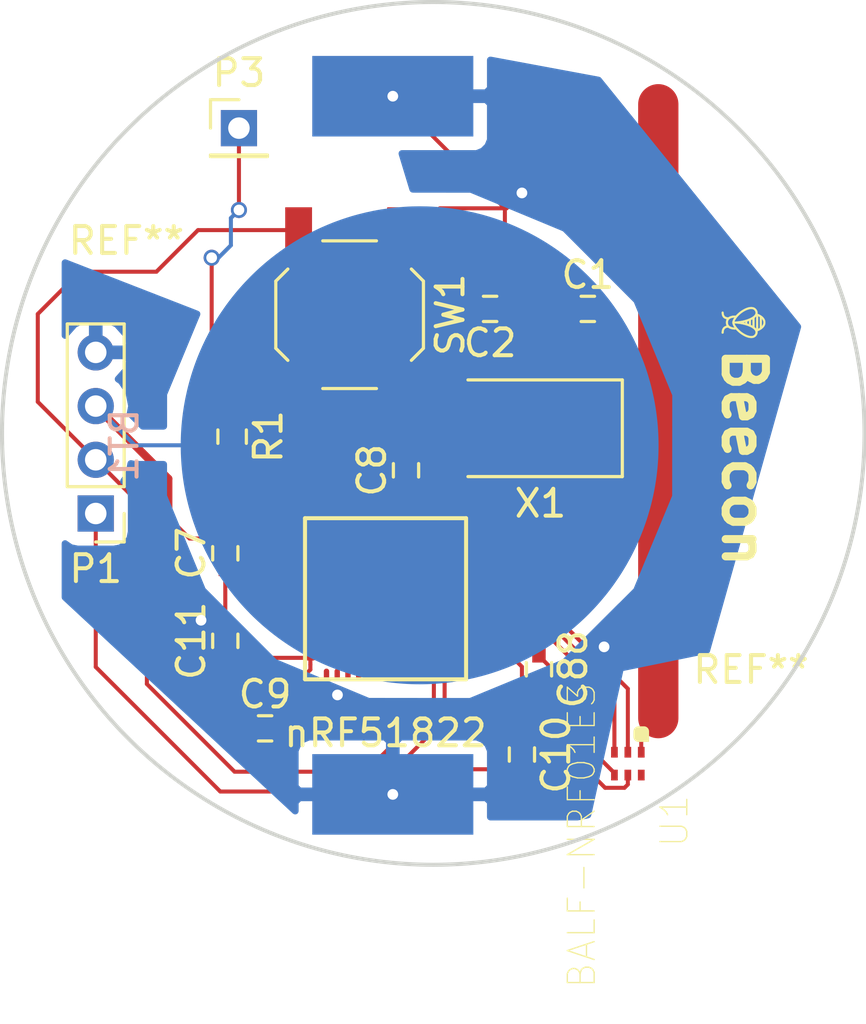
<source format=kicad_pcb>
(kicad_pcb (version 4) (host pcbnew 4.0.5)

  (general
    (links 40)
    (no_connects 1)
    (area 77.713628 106.607258 109.992372 138.886002)
    (thickness 1.6)
    (drawings 2)
    (tracks 137)
    (zones 0)
    (modules 19)
    (nets 46)
  )

  (page A4)
  (title_block
    (title Beecon)
    (date 2017-05-08)
    (rev 0.2.50)
  )

  (layers
    (0 F.Cu signal)
    (31 B.Cu signal)
    (32 B.Adhes user)
    (33 F.Adhes user)
    (34 B.Paste user)
    (35 F.Paste user)
    (36 B.SilkS user)
    (37 F.SilkS user)
    (38 B.Mask user)
    (39 F.Mask user)
    (40 Dwgs.User user)
    (41 Cmts.User user)
    (42 Eco1.User user)
    (43 Eco2.User user)
    (44 Edge.Cuts user)
    (45 Margin user)
    (46 B.CrtYd user)
    (47 F.CrtYd user)
    (48 B.Fab user)
    (49 F.Fab user hide)
  )

  (setup
    (last_trace_width 0.15)
    (trace_clearance 0.2)
    (zone_clearance 0.508)
    (zone_45_only no)
    (trace_min 0.0254)
    (segment_width 0.2)
    (edge_width 0.15)
    (via_size 0.6)
    (via_drill 0.4)
    (via_min_size 0.4)
    (via_min_drill 0.3)
    (uvia_size 0.3)
    (uvia_drill 0.1)
    (uvias_allowed no)
    (uvia_min_size 0.2)
    (uvia_min_drill 0.1)
    (pcb_text_width 0.3)
    (pcb_text_size 1.5 1.5)
    (mod_edge_width 0.15)
    (mod_text_size 1 1)
    (mod_text_width 0.15)
    (pad_size 1.524 1.524)
    (pad_drill 0.762)
    (pad_to_mask_clearance 0.2)
    (aux_axis_origin 0 0)
    (visible_elements 7FFFFF7F)
    (pcbplotparams
      (layerselection 0x00030_80000001)
      (usegerberextensions false)
      (excludeedgelayer true)
      (linewidth 0.100000)
      (plotframeref false)
      (viasonmask false)
      (mode 1)
      (useauxorigin false)
      (hpglpennumber 1)
      (hpglpenspeed 20)
      (hpglpendiameter 15)
      (hpglpenoverlay 2)
      (psnegative false)
      (psa4output false)
      (plotreference true)
      (plotvalue true)
      (plotinvisibletext false)
      (padsonsilk false)
      (subtractmaskfromsilk false)
      (outputformat 1)
      (mirror false)
      (drillshape 1)
      (scaleselection 1)
      (outputdirectory ""))
  )

  (net 0 "")
  (net 1 VCC)
  (net 2 GND)
  (net 3 "Net-(C1-Pad2)")
  (net 4 "Net-(C2-Pad2)")
  (net 5 "Net-(C8-Pad1)")
  (net 6 "Net-(C10-Pad1)")
  (net 7 "Net-(C88-Pad1)")
  (net 8 "Net-(P1-Pad2)")
  (net 9 "Net-(P1-Pad1)")
  (net 10 "Net-(U1-Pad4)")
  (net 11 "Net-(U1-Pad3)")
  (net 12 "Net-(nRF51822-Pad2)")
  (net 13 "Net-(nRF51822-Pad3)")
  (net 14 "Net-(nRF51822-Pad4)")
  (net 15 "Net-(nRF51822-Pad5)")
  (net 16 "Net-(nRF51822-Pad6)")
  (net 17 "Net-(nRF51822-Pad7)")
  (net 18 "Net-(nRF51822-Pad8)")
  (net 19 "Net-(nRF51822-Pad9)")
  (net 20 "Net-(nRF51822-Pad10)")
  (net 21 "Net-(nRF51822-Pad11)")
  (net 22 "Net-(nRF51822-Pad14)")
  (net 23 "Net-(nRF51822-Pad15)")
  (net 24 "Net-(nRF51822-Pad16)")
  (net 25 "Net-(nRF51822-Pad17)")
  (net 26 "Net-(nRF51822-Pad18)")
  (net 27 "Net-(nRF51822-Pad19)")
  (net 28 "Net-(nRF51822-Pad20)")
  (net 29 "Net-(nRF51822-Pad21)")
  (net 30 "Net-(nRF51822-Pad22)")
  (net 31 "Net-(nRF51822-Pad25)")
  (net 32 "Net-(nRF51822-Pad26)")
  (net 33 "Net-(nRF51822-Pad27)")
  (net 34 "Net-(nRF51822-Pad28)")
  (net 35 "Net-(nRF51822-Pad40)")
  (net 36 "Net-(nRF51822-Pad41)")
  (net 37 "Net-(nRF51822-Pad42)")
  (net 38 "Net-(nRF51822-Pad43)")
  (net 39 "Net-(nRF51822-Pad44)")
  (net 40 "Net-(nRF51822-Pad45)")
  (net 41 "Net-(nRF51822-Pad46)")
  (net 42 "Net-(nRF51822-Pad47)")
  (net 43 "Net-(AE1-Pad1)")
  (net 44 "Net-(R1-Pad2)")
  (net 45 "Net-(P3-Pad1)")

  (net_class Default "Esta é a classe de net default."
    (clearance 0.2)
    (trace_width 0.15)
    (via_dia 0.6)
    (via_drill 0.4)
    (uvia_dia 0.3)
    (uvia_drill 0.1)
    (add_net GND)
    (add_net "Net-(AE1-Pad1)")
    (add_net "Net-(C1-Pad2)")
    (add_net "Net-(C10-Pad1)")
    (add_net "Net-(C2-Pad2)")
    (add_net "Net-(C8-Pad1)")
    (add_net "Net-(C88-Pad1)")
    (add_net "Net-(P1-Pad1)")
    (add_net "Net-(P1-Pad2)")
    (add_net "Net-(P3-Pad1)")
    (add_net "Net-(R1-Pad2)")
    (add_net "Net-(U1-Pad3)")
    (add_net "Net-(U1-Pad4)")
    (add_net "Net-(nRF51822-Pad10)")
    (add_net "Net-(nRF51822-Pad11)")
    (add_net "Net-(nRF51822-Pad14)")
    (add_net "Net-(nRF51822-Pad15)")
    (add_net "Net-(nRF51822-Pad16)")
    (add_net "Net-(nRF51822-Pad17)")
    (add_net "Net-(nRF51822-Pad18)")
    (add_net "Net-(nRF51822-Pad19)")
    (add_net "Net-(nRF51822-Pad2)")
    (add_net "Net-(nRF51822-Pad20)")
    (add_net "Net-(nRF51822-Pad21)")
    (add_net "Net-(nRF51822-Pad22)")
    (add_net "Net-(nRF51822-Pad25)")
    (add_net "Net-(nRF51822-Pad26)")
    (add_net "Net-(nRF51822-Pad27)")
    (add_net "Net-(nRF51822-Pad28)")
    (add_net "Net-(nRF51822-Pad3)")
    (add_net "Net-(nRF51822-Pad4)")
    (add_net "Net-(nRF51822-Pad40)")
    (add_net "Net-(nRF51822-Pad41)")
    (add_net "Net-(nRF51822-Pad42)")
    (add_net "Net-(nRF51822-Pad43)")
    (add_net "Net-(nRF51822-Pad44)")
    (add_net "Net-(nRF51822-Pad45)")
    (add_net "Net-(nRF51822-Pad46)")
    (add_net "Net-(nRF51822-Pad47)")
    (add_net "Net-(nRF51822-Pad5)")
    (add_net "Net-(nRF51822-Pad6)")
    (add_net "Net-(nRF51822-Pad7)")
    (add_net "Net-(nRF51822-Pad8)")
    (add_net "Net-(nRF51822-Pad9)")
    (add_net VCC)
  )

  (module nrf51822:cr2032_bat_holder (layer B.Cu) (tedit 5930D416) (tstamp 592B46D8)
    (at 93.345 123.19 90)
    (path /59275B2B)
    (fp_text reference BT1 (at 0 -11 90) (layer B.SilkS)
      (effects (font (size 1 1) (thickness 0.15)) (justify mirror))
    )
    (fp_text value Battery (at -18.796 11.938 90) (layer B.Fab)
      (effects (font (size 1 1) (thickness 0.15)) (justify mirror))
    )
    (pad 1 smd circle (at 0 0 90) (size 17.8 17.8) (layers B.Cu B.Paste B.Mask)
      (net 1 VCC))
    (pad 2 smd rect (at -13 -1 90) (size 3 6) (layers B.Cu B.Paste B.Mask)
      (net 2 GND))
    (pad 2 smd rect (at 13 -1 90) (size 3 6) (layers B.Cu B.Paste B.Mask)
      (net 2 GND))
  )

  (module Capacitors_SMD:C_0402 (layer F.Cu) (tedit 58AA841A) (tstamp 592B46DE)
    (at 99.61 118.11)
    (descr "Capacitor SMD 0402, reflow soldering, AVX (see smccp.pdf)")
    (tags "capacitor 0402")
    (path /5926CB56)
    (attr smd)
    (fp_text reference C1 (at 0 -1.27) (layer F.SilkS)
      (effects (font (size 1 1) (thickness 0.15)))
    )
    (fp_text value C_Small (at 0 1.27) (layer F.Fab)
      (effects (font (size 1 1) (thickness 0.15)))
    )
    (fp_text user %R (at 0 -1.27) (layer F.Fab)
      (effects (font (size 1 1) (thickness 0.15)))
    )
    (fp_line (start -0.5 0.25) (end -0.5 -0.25) (layer F.Fab) (width 0.1))
    (fp_line (start 0.5 0.25) (end -0.5 0.25) (layer F.Fab) (width 0.1))
    (fp_line (start 0.5 -0.25) (end 0.5 0.25) (layer F.Fab) (width 0.1))
    (fp_line (start -0.5 -0.25) (end 0.5 -0.25) (layer F.Fab) (width 0.1))
    (fp_line (start 0.25 -0.47) (end -0.25 -0.47) (layer F.SilkS) (width 0.12))
    (fp_line (start -0.25 0.47) (end 0.25 0.47) (layer F.SilkS) (width 0.12))
    (fp_line (start -1 -0.4) (end 1 -0.4) (layer F.CrtYd) (width 0.05))
    (fp_line (start -1 -0.4) (end -1 0.4) (layer F.CrtYd) (width 0.05))
    (fp_line (start 1 0.4) (end 1 -0.4) (layer F.CrtYd) (width 0.05))
    (fp_line (start 1 0.4) (end -1 0.4) (layer F.CrtYd) (width 0.05))
    (pad 1 smd rect (at -0.55 0) (size 0.6 0.5) (layers F.Cu F.Paste F.Mask)
      (net 2 GND))
    (pad 2 smd rect (at 0.55 0) (size 0.6 0.5) (layers F.Cu F.Paste F.Mask)
      (net 3 "Net-(C1-Pad2)"))
    (model Capacitors_SMD.3dshapes/C_0402.wrl
      (at (xyz 0 0 0))
      (scale (xyz 1 1 1))
      (rotate (xyz 0 0 0))
    )
  )

  (module Capacitors_SMD:C_0402 (layer F.Cu) (tedit 58AA841A) (tstamp 592B46E4)
    (at 95.97 118.11 180)
    (descr "Capacitor SMD 0402, reflow soldering, AVX (see smccp.pdf)")
    (tags "capacitor 0402")
    (path /5926CAEB)
    (attr smd)
    (fp_text reference C2 (at 0 -1.27 180) (layer F.SilkS)
      (effects (font (size 1 1) (thickness 0.15)))
    )
    (fp_text value C_Small (at 0 1.27 180) (layer F.Fab)
      (effects (font (size 1 1) (thickness 0.15)))
    )
    (fp_text user %R (at 0 -1.27 180) (layer F.Fab)
      (effects (font (size 1 1) (thickness 0.15)))
    )
    (fp_line (start -0.5 0.25) (end -0.5 -0.25) (layer F.Fab) (width 0.1))
    (fp_line (start 0.5 0.25) (end -0.5 0.25) (layer F.Fab) (width 0.1))
    (fp_line (start 0.5 -0.25) (end 0.5 0.25) (layer F.Fab) (width 0.1))
    (fp_line (start -0.5 -0.25) (end 0.5 -0.25) (layer F.Fab) (width 0.1))
    (fp_line (start 0.25 -0.47) (end -0.25 -0.47) (layer F.SilkS) (width 0.12))
    (fp_line (start -0.25 0.47) (end 0.25 0.47) (layer F.SilkS) (width 0.12))
    (fp_line (start -1 -0.4) (end 1 -0.4) (layer F.CrtYd) (width 0.05))
    (fp_line (start -1 -0.4) (end -1 0.4) (layer F.CrtYd) (width 0.05))
    (fp_line (start 1 0.4) (end 1 -0.4) (layer F.CrtYd) (width 0.05))
    (fp_line (start 1 0.4) (end -1 0.4) (layer F.CrtYd) (width 0.05))
    (pad 1 smd rect (at -0.55 0 180) (size 0.6 0.5) (layers F.Cu F.Paste F.Mask)
      (net 2 GND))
    (pad 2 smd rect (at 0.55 0 180) (size 0.6 0.5) (layers F.Cu F.Paste F.Mask)
      (net 4 "Net-(C2-Pad2)"))
    (model Capacitors_SMD.3dshapes/C_0402.wrl
      (at (xyz 0 0 0))
      (scale (xyz 1 1 1))
      (rotate (xyz 0 0 0))
    )
  )

  (module Capacitors_SMD:C_0402 (layer F.Cu) (tedit 58AA841A) (tstamp 592B46EA)
    (at 86.106 127.212 90)
    (descr "Capacitor SMD 0402, reflow soldering, AVX (see smccp.pdf)")
    (tags "capacitor 0402")
    (path /5926237A)
    (attr smd)
    (fp_text reference C7 (at 0 -1.27 90) (layer F.SilkS)
      (effects (font (size 1 1) (thickness 0.15)))
    )
    (fp_text value C_Small (at 0 1.27 90) (layer F.Fab)
      (effects (font (size 1 1) (thickness 0.15)))
    )
    (fp_text user %R (at 0 -1.27 90) (layer F.Fab)
      (effects (font (size 1 1) (thickness 0.15)))
    )
    (fp_line (start -0.5 0.25) (end -0.5 -0.25) (layer F.Fab) (width 0.1))
    (fp_line (start 0.5 0.25) (end -0.5 0.25) (layer F.Fab) (width 0.1))
    (fp_line (start 0.5 -0.25) (end 0.5 0.25) (layer F.Fab) (width 0.1))
    (fp_line (start -0.5 -0.25) (end 0.5 -0.25) (layer F.Fab) (width 0.1))
    (fp_line (start 0.25 -0.47) (end -0.25 -0.47) (layer F.SilkS) (width 0.12))
    (fp_line (start -0.25 0.47) (end 0.25 0.47) (layer F.SilkS) (width 0.12))
    (fp_line (start -1 -0.4) (end 1 -0.4) (layer F.CrtYd) (width 0.05))
    (fp_line (start -1 -0.4) (end -1 0.4) (layer F.CrtYd) (width 0.05))
    (fp_line (start 1 0.4) (end 1 -0.4) (layer F.CrtYd) (width 0.05))
    (fp_line (start 1 0.4) (end -1 0.4) (layer F.CrtYd) (width 0.05))
    (pad 1 smd rect (at -0.55 0 90) (size 0.6 0.5) (layers F.Cu F.Paste F.Mask)
      (net 2 GND))
    (pad 2 smd rect (at 0.55 0 90) (size 0.6 0.5) (layers F.Cu F.Paste F.Mask)
      (net 1 VCC))
    (model Capacitors_SMD.3dshapes/C_0402.wrl
      (at (xyz 0 0 0))
      (scale (xyz 1 1 1))
      (rotate (xyz 0 0 0))
    )
  )

  (module Capacitors_SMD:C_0402 (layer F.Cu) (tedit 58AA841A) (tstamp 592B46F0)
    (at 92.837 124.121 90)
    (descr "Capacitor SMD 0402, reflow soldering, AVX (see smccp.pdf)")
    (tags "capacitor 0402")
    (path /5926D284)
    (attr smd)
    (fp_text reference C8 (at 0 -1.27 90) (layer F.SilkS)
      (effects (font (size 1 1) (thickness 0.15)))
    )
    (fp_text value C_Small (at 0 1.27 90) (layer F.Fab)
      (effects (font (size 1 1) (thickness 0.15)))
    )
    (fp_text user %R (at 0 -1.27 90) (layer F.Fab)
      (effects (font (size 1 1) (thickness 0.15)))
    )
    (fp_line (start -0.5 0.25) (end -0.5 -0.25) (layer F.Fab) (width 0.1))
    (fp_line (start 0.5 0.25) (end -0.5 0.25) (layer F.Fab) (width 0.1))
    (fp_line (start 0.5 -0.25) (end 0.5 0.25) (layer F.Fab) (width 0.1))
    (fp_line (start -0.5 -0.25) (end 0.5 -0.25) (layer F.Fab) (width 0.1))
    (fp_line (start 0.25 -0.47) (end -0.25 -0.47) (layer F.SilkS) (width 0.12))
    (fp_line (start -0.25 0.47) (end 0.25 0.47) (layer F.SilkS) (width 0.12))
    (fp_line (start -1 -0.4) (end 1 -0.4) (layer F.CrtYd) (width 0.05))
    (fp_line (start -1 -0.4) (end -1 0.4) (layer F.CrtYd) (width 0.05))
    (fp_line (start 1 0.4) (end 1 -0.4) (layer F.CrtYd) (width 0.05))
    (fp_line (start 1 0.4) (end -1 0.4) (layer F.CrtYd) (width 0.05))
    (pad 1 smd rect (at -0.55 0 90) (size 0.6 0.5) (layers F.Cu F.Paste F.Mask)
      (net 5 "Net-(C8-Pad1)"))
    (pad 2 smd rect (at 0.55 0 90) (size 0.6 0.5) (layers F.Cu F.Paste F.Mask)
      (net 2 GND))
    (model Capacitors_SMD.3dshapes/C_0402.wrl
      (at (xyz 0 0 0))
      (scale (xyz 1 1 1))
      (rotate (xyz 0 0 0))
    )
  )

  (module Capacitors_SMD:C_0402 (layer F.Cu) (tedit 58AA841A) (tstamp 592B46F6)
    (at 87.588 133.731)
    (descr "Capacitor SMD 0402, reflow soldering, AVX (see smccp.pdf)")
    (tags "capacitor 0402")
    (path /59263F78)
    (attr smd)
    (fp_text reference C9 (at 0 -1.27) (layer F.SilkS)
      (effects (font (size 1 1) (thickness 0.15)))
    )
    (fp_text value C_Small (at 0 1.27) (layer F.Fab)
      (effects (font (size 1 1) (thickness 0.15)))
    )
    (fp_text user %R (at 0 -1.27) (layer F.Fab)
      (effects (font (size 1 1) (thickness 0.15)))
    )
    (fp_line (start -0.5 0.25) (end -0.5 -0.25) (layer F.Fab) (width 0.1))
    (fp_line (start 0.5 0.25) (end -0.5 0.25) (layer F.Fab) (width 0.1))
    (fp_line (start 0.5 -0.25) (end 0.5 0.25) (layer F.Fab) (width 0.1))
    (fp_line (start -0.5 -0.25) (end 0.5 -0.25) (layer F.Fab) (width 0.1))
    (fp_line (start 0.25 -0.47) (end -0.25 -0.47) (layer F.SilkS) (width 0.12))
    (fp_line (start -0.25 0.47) (end 0.25 0.47) (layer F.SilkS) (width 0.12))
    (fp_line (start -1 -0.4) (end 1 -0.4) (layer F.CrtYd) (width 0.05))
    (fp_line (start -1 -0.4) (end -1 0.4) (layer F.CrtYd) (width 0.05))
    (fp_line (start 1 0.4) (end 1 -0.4) (layer F.CrtYd) (width 0.05))
    (fp_line (start 1 0.4) (end -1 0.4) (layer F.CrtYd) (width 0.05))
    (pad 1 smd rect (at -0.55 0) (size 0.6 0.5) (layers F.Cu F.Paste F.Mask)
      (net 1 VCC))
    (pad 2 smd rect (at 0.55 0) (size 0.6 0.5) (layers F.Cu F.Paste F.Mask)
      (net 2 GND))
    (model Capacitors_SMD.3dshapes/C_0402.wrl
      (at (xyz 0 0 0))
      (scale (xyz 1 1 1))
      (rotate (xyz 0 0 0))
    )
  )

  (module Capacitors_SMD:C_0402 (layer F.Cu) (tedit 58AA841A) (tstamp 592B46FC)
    (at 97.155 134.705 270)
    (descr "Capacitor SMD 0402, reflow soldering, AVX (see smccp.pdf)")
    (tags "capacitor 0402")
    (path /59262E37)
    (attr smd)
    (fp_text reference C10 (at 0 -1.27 270) (layer F.SilkS)
      (effects (font (size 1 1) (thickness 0.15)))
    )
    (fp_text value C_Small (at 0 1.27 270) (layer F.Fab)
      (effects (font (size 1 1) (thickness 0.15)))
    )
    (fp_text user %R (at 0 -1.27 270) (layer F.Fab)
      (effects (font (size 1 1) (thickness 0.15)))
    )
    (fp_line (start -0.5 0.25) (end -0.5 -0.25) (layer F.Fab) (width 0.1))
    (fp_line (start 0.5 0.25) (end -0.5 0.25) (layer F.Fab) (width 0.1))
    (fp_line (start 0.5 -0.25) (end 0.5 0.25) (layer F.Fab) (width 0.1))
    (fp_line (start -0.5 -0.25) (end 0.5 -0.25) (layer F.Fab) (width 0.1))
    (fp_line (start 0.25 -0.47) (end -0.25 -0.47) (layer F.SilkS) (width 0.12))
    (fp_line (start -0.25 0.47) (end 0.25 0.47) (layer F.SilkS) (width 0.12))
    (fp_line (start -1 -0.4) (end 1 -0.4) (layer F.CrtYd) (width 0.05))
    (fp_line (start -1 -0.4) (end -1 0.4) (layer F.CrtYd) (width 0.05))
    (fp_line (start 1 0.4) (end 1 -0.4) (layer F.CrtYd) (width 0.05))
    (fp_line (start 1 0.4) (end -1 0.4) (layer F.CrtYd) (width 0.05))
    (pad 1 smd rect (at -0.55 0 270) (size 0.6 0.5) (layers F.Cu F.Paste F.Mask)
      (net 6 "Net-(C10-Pad1)"))
    (pad 2 smd rect (at 0.55 0 270) (size 0.6 0.5) (layers F.Cu F.Paste F.Mask)
      (net 2 GND))
    (model Capacitors_SMD.3dshapes/C_0402.wrl
      (at (xyz 0 0 0))
      (scale (xyz 1 1 1))
      (rotate (xyz 0 0 0))
    )
  )

  (module Capacitors_SMD:C_0402 (layer F.Cu) (tedit 58AA841A) (tstamp 592B4702)
    (at 86.106 130.471 90)
    (descr "Capacitor SMD 0402, reflow soldering, AVX (see smccp.pdf)")
    (tags "capacitor 0402")
    (path /592628AF)
    (attr smd)
    (fp_text reference C11 (at 0 -1.27 90) (layer F.SilkS)
      (effects (font (size 1 1) (thickness 0.15)))
    )
    (fp_text value C_Small (at 0 1.27 90) (layer F.Fab)
      (effects (font (size 1 1) (thickness 0.15)))
    )
    (fp_text user %R (at 0 -1.27 90) (layer F.Fab)
      (effects (font (size 1 1) (thickness 0.15)))
    )
    (fp_line (start -0.5 0.25) (end -0.5 -0.25) (layer F.Fab) (width 0.1))
    (fp_line (start 0.5 0.25) (end -0.5 0.25) (layer F.Fab) (width 0.1))
    (fp_line (start 0.5 -0.25) (end 0.5 0.25) (layer F.Fab) (width 0.1))
    (fp_line (start -0.5 -0.25) (end 0.5 -0.25) (layer F.Fab) (width 0.1))
    (fp_line (start 0.25 -0.47) (end -0.25 -0.47) (layer F.SilkS) (width 0.12))
    (fp_line (start -0.25 0.47) (end 0.25 0.47) (layer F.SilkS) (width 0.12))
    (fp_line (start -1 -0.4) (end 1 -0.4) (layer F.CrtYd) (width 0.05))
    (fp_line (start -1 -0.4) (end -1 0.4) (layer F.CrtYd) (width 0.05))
    (fp_line (start 1 0.4) (end 1 -0.4) (layer F.CrtYd) (width 0.05))
    (fp_line (start 1 0.4) (end -1 0.4) (layer F.CrtYd) (width 0.05))
    (pad 1 smd rect (at -0.55 0 90) (size 0.6 0.5) (layers F.Cu F.Paste F.Mask)
      (net 1 VCC))
    (pad 2 smd rect (at 0.55 0 90) (size 0.6 0.5) (layers F.Cu F.Paste F.Mask)
      (net 2 GND))
    (model Capacitors_SMD.3dshapes/C_0402.wrl
      (at (xyz 0 0 0))
      (scale (xyz 1 1 1))
      (rotate (xyz 0 0 0))
    )
  )

  (module Capacitors_SMD:C_0402 (layer F.Cu) (tedit 58AA841A) (tstamp 592B4708)
    (at 97.79 131.53 270)
    (descr "Capacitor SMD 0402, reflow soldering, AVX (see smccp.pdf)")
    (tags "capacitor 0402")
    (path /59262F55)
    (attr smd)
    (fp_text reference C88 (at 0 -1.27 270) (layer F.SilkS)
      (effects (font (size 1 1) (thickness 0.15)))
    )
    (fp_text value C_Small (at 0 1.27 270) (layer F.Fab)
      (effects (font (size 1 1) (thickness 0.15)))
    )
    (fp_text user %R (at 0 -1.27 270) (layer F.Fab)
      (effects (font (size 1 1) (thickness 0.15)))
    )
    (fp_line (start -0.5 0.25) (end -0.5 -0.25) (layer F.Fab) (width 0.1))
    (fp_line (start 0.5 0.25) (end -0.5 0.25) (layer F.Fab) (width 0.1))
    (fp_line (start 0.5 -0.25) (end 0.5 0.25) (layer F.Fab) (width 0.1))
    (fp_line (start -0.5 -0.25) (end 0.5 -0.25) (layer F.Fab) (width 0.1))
    (fp_line (start 0.25 -0.47) (end -0.25 -0.47) (layer F.SilkS) (width 0.12))
    (fp_line (start -0.25 0.47) (end 0.25 0.47) (layer F.SilkS) (width 0.12))
    (fp_line (start -1 -0.4) (end 1 -0.4) (layer F.CrtYd) (width 0.05))
    (fp_line (start -1 -0.4) (end -1 0.4) (layer F.CrtYd) (width 0.05))
    (fp_line (start 1 0.4) (end 1 -0.4) (layer F.CrtYd) (width 0.05))
    (fp_line (start 1 0.4) (end -1 0.4) (layer F.CrtYd) (width 0.05))
    (pad 1 smd rect (at -0.55 0 270) (size 0.6 0.5) (layers F.Cu F.Paste F.Mask)
      (net 7 "Net-(C88-Pad1)"))
    (pad 2 smd rect (at 0.55 0 270) (size 0.6 0.5) (layers F.Cu F.Paste F.Mask)
      (net 2 GND))
    (model Capacitors_SMD.3dshapes/C_0402.wrl
      (at (xyz 0 0 0))
      (scale (xyz 1 1 1))
      (rotate (xyz 0 0 0))
    )
  )

  (module nrf51822:nRF51822 (layer F.Cu) (tedit 5928B55F) (tstamp 592B473C)
    (at 92.075 128.905)
    (path /5926221C)
    (fp_text reference nRF51822 (at 0 5) (layer F.SilkS)
      (effects (font (size 1 1) (thickness 0.15)))
    )
    (fp_text value nRF51822 (at 0 -4) (layer F.Fab)
      (effects (font (size 1 1) (thickness 0.15)))
    )
    (fp_line (start -3 3) (end -3 -3) (layer F.SilkS) (width 0.15))
    (fp_line (start 3 3) (end -3 3) (layer F.SilkS) (width 0.15))
    (fp_line (start 3 -3) (end 3 3) (layer F.SilkS) (width 0.15))
    (fp_line (start -3 -3) (end 3 -3) (layer F.SilkS) (width 0.15))
    (pad 1 smd oval (at -2.8 -2.2 90) (size 0.2 0.4) (layers F.Cu F.Paste F.Mask)
      (net 1 VCC))
    (pad 2 smd oval (at -2.8 -1.8 90) (size 0.2 0.4) (layers F.Cu F.Paste F.Mask)
      (net 12 "Net-(nRF51822-Pad2)"))
    (pad 3 smd oval (at -2.8 -1.4 90) (size 0.2 0.4) (layers F.Cu F.Paste F.Mask)
      (net 13 "Net-(nRF51822-Pad3)"))
    (pad 4 smd oval (at -2.8 -1 90) (size 0.2 0.4) (layers F.Cu F.Paste F.Mask)
      (net 14 "Net-(nRF51822-Pad4)"))
    (pad 5 smd oval (at -2.8 -0.6 90) (size 0.2 0.4) (layers F.Cu F.Paste F.Mask)
      (net 15 "Net-(nRF51822-Pad5)"))
    (pad 6 smd oval (at -2.8 -0.2 90) (size 0.2 0.4) (layers F.Cu F.Paste F.Mask)
      (net 16 "Net-(nRF51822-Pad6)"))
    (pad 7 smd oval (at -2.8 0.2 270) (size 0.2 0.4) (layers F.Cu F.Paste F.Mask)
      (net 17 "Net-(nRF51822-Pad7)"))
    (pad 8 smd oval (at -2.8 0.6 90) (size 0.2 0.4) (layers F.Cu F.Paste F.Mask)
      (net 18 "Net-(nRF51822-Pad8)"))
    (pad 9 smd oval (at -2.8 1 90) (size 0.2 0.4) (layers F.Cu F.Paste F.Mask)
      (net 19 "Net-(nRF51822-Pad9)"))
    (pad 10 smd oval (at -2.8 1.4 90) (size 0.2 0.4) (layers F.Cu F.Paste F.Mask)
      (net 20 "Net-(nRF51822-Pad10)"))
    (pad 11 smd oval (at -2.8 1.8 90) (size 0.2 0.4) (layers F.Cu F.Paste F.Mask)
      (net 21 "Net-(nRF51822-Pad11)"))
    (pad 12 smd oval (at -2.8 2.2 90) (size 0.2 0.4) (layers F.Cu F.Paste F.Mask)
      (net 1 VCC))
    (pad 13 smd oval (at -2.2 2.8 180) (size 0.2 0.4) (layers F.Cu F.Paste F.Mask)
      (net 2 GND))
    (pad 14 smd oval (at -1.8 2.8 180) (size 0.2 0.4) (layers F.Cu F.Paste F.Mask)
      (net 22 "Net-(nRF51822-Pad14)"))
    (pad 15 smd oval (at -1.4 2.8 180) (size 0.2 0.4) (layers F.Cu F.Paste F.Mask)
      (net 23 "Net-(nRF51822-Pad15)"))
    (pad 16 smd oval (at -1 2.8 180) (size 0.2 0.4) (layers F.Cu F.Paste F.Mask)
      (net 24 "Net-(nRF51822-Pad16)"))
    (pad 17 smd oval (at -0.6 2.8 180) (size 0.2 0.4) (layers F.Cu F.Paste F.Mask)
      (net 25 "Net-(nRF51822-Pad17)"))
    (pad 18 smd oval (at -0.2 2.8 180) (size 0.2 0.4) (layers F.Cu F.Paste F.Mask)
      (net 26 "Net-(nRF51822-Pad18)"))
    (pad 19 smd oval (at 0.2 2.8 180) (size 0.2 0.4) (layers F.Cu F.Paste F.Mask)
      (net 27 "Net-(nRF51822-Pad19)"))
    (pad 20 smd oval (at 0.6 2.8 180) (size 0.2 0.4) (layers F.Cu F.Paste F.Mask)
      (net 28 "Net-(nRF51822-Pad20)"))
    (pad 21 smd oval (at 1 2.8 180) (size 0.2 0.4) (layers F.Cu F.Paste F.Mask)
      (net 29 "Net-(nRF51822-Pad21)"))
    (pad 22 smd oval (at 1.4 2.8 180) (size 0.2 0.4) (layers F.Cu F.Paste F.Mask)
      (net 30 "Net-(nRF51822-Pad22)"))
    (pad 23 smd oval (at 1.8 2.8 180) (size 0.2 0.4) (layers F.Cu F.Paste F.Mask)
      (net 8 "Net-(P1-Pad2)"))
    (pad 24 smd oval (at 2.2 2.8 180) (size 0.2 0.4) (layers F.Cu F.Paste F.Mask)
      (net 9 "Net-(P1-Pad1)"))
    (pad 25 smd oval (at 2.8 2.2 90) (size 0.2 0.4) (layers F.Cu F.Paste F.Mask)
      (net 31 "Net-(nRF51822-Pad25)"))
    (pad 26 smd oval (at 2.8 1.8 90) (size 0.2 0.4) (layers F.Cu F.Paste F.Mask)
      (net 32 "Net-(nRF51822-Pad26)"))
    (pad 27 smd oval (at 2.8 1.4 90) (size 0.2 0.4) (layers F.Cu F.Paste F.Mask)
      (net 33 "Net-(nRF51822-Pad27)"))
    (pad 28 smd oval (at 2.8 1 90) (size 0.2 0.4) (layers F.Cu F.Paste F.Mask)
      (net 34 "Net-(nRF51822-Pad28)"))
    (pad 29 smd oval (at 2.8 0.6 90) (size 0.2 0.4) (layers F.Cu F.Paste F.Mask)
      (net 6 "Net-(C10-Pad1)"))
    (pad 30 smd oval (at 2.8 0.2 90) (size 0.2 0.4) (layers F.Cu F.Paste F.Mask)
      (net 7 "Net-(C88-Pad1)"))
    (pad 31 smd oval (at 2.8 -0.2 90) (size 0.2 0.4) (layers F.Cu F.Paste F.Mask)
      (net 10 "Net-(U1-Pad4)"))
    (pad 32 smd oval (at 2.8 -0.6 90) (size 0.2 0.4) (layers F.Cu F.Paste F.Mask)
      (net 11 "Net-(U1-Pad3)"))
    (pad 33 smd oval (at 2.8 -1 90) (size 0.2 0.4) (layers F.Cu F.Paste F.Mask)
      (net 2 GND))
    (pad 34 smd oval (at 2.8 -1.4 90) (size 0.2 0.4) (layers F.Cu F.Paste F.Mask)
      (net 2 GND))
    (pad 35 smd oval (at 2.8 -1.8 90) (size 0.2 0.4) (layers F.Cu F.Paste F.Mask)
      (net 1 VCC))
    (pad 36 smd oval (at 2.8 -2.2 90) (size 0.2 0.4) (layers F.Cu F.Paste F.Mask)
      (net 1 VCC))
    (pad 37 smd oval (at 2.2 -2.8 180) (size 0.2 0.4) (layers F.Cu F.Paste F.Mask)
      (net 3 "Net-(C1-Pad2)"))
    (pad 38 smd oval (at 1.8 -2.8 180) (size 0.2 0.4) (layers F.Cu F.Paste F.Mask)
      (net 4 "Net-(C2-Pad2)"))
    (pad 39 smd oval (at 1.4 -2.8 180) (size 0.2 0.4) (layers F.Cu F.Paste F.Mask)
      (net 5 "Net-(C8-Pad1)"))
    (pad 40 smd oval (at 1 -2.8 180) (size 0.2 0.4) (layers F.Cu F.Paste F.Mask)
      (net 35 "Net-(nRF51822-Pad40)"))
    (pad 41 smd oval (at 0.6 -2.8 180) (size 0.2 0.4) (layers F.Cu F.Paste F.Mask)
      (net 36 "Net-(nRF51822-Pad41)"))
    (pad 42 smd oval (at 0.2 -2.8 180) (size 0.2 0.4) (layers F.Cu F.Paste F.Mask)
      (net 37 "Net-(nRF51822-Pad42)"))
    (pad 43 smd oval (at -0.2 -2.8 180) (size 0.2 0.4) (layers F.Cu F.Paste F.Mask)
      (net 38 "Net-(nRF51822-Pad43)"))
    (pad 44 smd oval (at -0.6 -2.8 180) (size 0.2 0.4) (layers F.Cu F.Paste F.Mask)
      (net 39 "Net-(nRF51822-Pad44)"))
    (pad 45 smd oval (at -1 -2.8 180) (size 0.2 0.4) (layers F.Cu F.Paste F.Mask)
      (net 40 "Net-(nRF51822-Pad45)"))
    (pad 46 smd oval (at -1.4 -2.8 180) (size 0.2 0.4) (layers F.Cu F.Paste F.Mask)
      (net 41 "Net-(nRF51822-Pad46)"))
    (pad 47 smd oval (at -1.8 -2.8 180) (size 0.2 0.4) (layers F.Cu F.Paste F.Mask)
      (net 42 "Net-(nRF51822-Pad47)"))
    (pad 48 smd oval (at -2.2 -2.8 180) (size 0.2 0.4) (layers F.Cu F.Paste F.Mask)
      (net 44 "Net-(R1-Pad2)"))
  )

  (module Pin_Headers:Pin_Header_Straight_1x04_Pitch2.00mm (layer F.Cu) (tedit 58CD4EC9) (tstamp 592B4744)
    (at 81.28 125.73 180)
    (descr "Through hole straight pin header, 1x04, 2.00mm pitch, single row")
    (tags "Through hole pin header THT 1x04 2.00mm single row")
    (path /59291D84)
    (fp_text reference P1 (at 0 -2.06 180) (layer F.SilkS)
      (effects (font (size 1 1) (thickness 0.15)))
    )
    (fp_text value CONN_01X04 (at 0 8.06 180) (layer F.Fab)
      (effects (font (size 1 1) (thickness 0.15)))
    )
    (fp_line (start -1 -1) (end -1 7) (layer F.Fab) (width 0.1))
    (fp_line (start -1 7) (end 1 7) (layer F.Fab) (width 0.1))
    (fp_line (start 1 7) (end 1 -1) (layer F.Fab) (width 0.1))
    (fp_line (start 1 -1) (end -1 -1) (layer F.Fab) (width 0.1))
    (fp_line (start -1.06 1) (end -1.06 7.06) (layer F.SilkS) (width 0.12))
    (fp_line (start -1.06 7.06) (end 1.06 7.06) (layer F.SilkS) (width 0.12))
    (fp_line (start 1.06 7.06) (end 1.06 1) (layer F.SilkS) (width 0.12))
    (fp_line (start 1.06 1) (end -1.06 1) (layer F.SilkS) (width 0.12))
    (fp_line (start -1.06 0) (end -1.06 -1.06) (layer F.SilkS) (width 0.12))
    (fp_line (start -1.06 -1.06) (end 0 -1.06) (layer F.SilkS) (width 0.12))
    (fp_line (start -1.5 -1.5) (end -1.5 7.5) (layer F.CrtYd) (width 0.05))
    (fp_line (start -1.5 7.5) (end 1.5 7.5) (layer F.CrtYd) (width 0.05))
    (fp_line (start 1.5 7.5) (end 1.5 -1.5) (layer F.CrtYd) (width 0.05))
    (fp_line (start 1.5 -1.5) (end -1.5 -1.5) (layer F.CrtYd) (width 0.05))
    (fp_text user %R (at 0 -2.06 180) (layer F.Fab)
      (effects (font (size 1 1) (thickness 0.15)))
    )
    (pad 1 thru_hole rect (at 0 0 180) (size 1.35 1.35) (drill 0.8) (layers *.Cu *.Mask)
      (net 9 "Net-(P1-Pad1)"))
    (pad 2 thru_hole oval (at 0 2 180) (size 1.35 1.35) (drill 0.8) (layers *.Cu *.Mask)
      (net 8 "Net-(P1-Pad2)"))
    (pad 3 thru_hole oval (at 0 4 180) (size 1.35 1.35) (drill 0.8) (layers *.Cu *.Mask)
      (net 1 VCC))
    (pad 4 thru_hole oval (at 0 6 180) (size 1.35 1.35) (drill 0.8) (layers *.Cu *.Mask)
      (net 2 GND))
    (model ${KISYS3DMOD}/Pin_Headers.3dshapes/Pin_Header_Straight_1x04_Pitch2.00mm.wrl
      (at (xyz 0 0 0))
      (scale (xyz 1 1 1))
      (rotate (xyz 0 0 0))
    )
  )

  (module BALF-NRF01E3:LGA6S60X50P2X3_100X150X48 (layer F.Cu) (tedit 0) (tstamp 592B474E)
    (at 101.1 135.045 270)
    (path /592AEE8B)
    (attr smd)
    (fp_text reference U1 (at 2.14 -1.735 270) (layer F.SilkS)
      (effects (font (size 1 1) (thickness 0.05)))
    )
    (fp_text value BALF-NRF01E3 (at 2.675 1.715 270) (layer F.SilkS)
      (effects (font (size 1 1) (thickness 0.05)))
    )
    (fp_poly (pts (xy -0.65 -0.65) (xy -0.2 -0.65) (xy -0.2 -0.35) (xy -0.65 -0.35)) (layer F.Mask) (width 0.381))
    (fp_poly (pts (xy 0.2 -0.65) (xy 0.65 -0.65) (xy 0.65 -0.35) (xy 0.2 -0.35)) (layer F.Mask) (width 0.381))
    (fp_poly (pts (xy -0.65 -0.15) (xy -0.2 -0.15) (xy -0.2 0.15) (xy -0.65 0.15)) (layer F.Mask) (width 0.381))
    (fp_poly (pts (xy 0.2 -0.15) (xy 0.65 -0.15) (xy 0.65 0.15) (xy 0.2 0.15)) (layer F.Mask) (width 0.381))
    (fp_poly (pts (xy -0.65 0.35) (xy -0.2 0.35) (xy -0.2 0.65) (xy -0.65 0.65)) (layer F.Mask) (width 0.381))
    (fp_poly (pts (xy 0.2 0.35) (xy 0.65 0.35) (xy 0.65 0.65) (xy 0.2 0.65)) (layer F.Mask) (width 0.381))
    (fp_line (start -0.5 -0.75) (end 0.5 -0.75) (layer Dwgs.User) (width 0.127))
    (fp_line (start 0.5 -0.75) (end 0.5 0.75) (layer Dwgs.User) (width 0.127))
    (fp_line (start 0.5 0.75) (end -0.5 0.75) (layer Dwgs.User) (width 0.127))
    (fp_line (start -0.5 0.75) (end -0.5 -0.75) (layer Dwgs.User) (width 0.127))
    (fp_circle (center -1.1 -0.5) (end -0.958581 -0.5) (layer F.SilkS) (width 0.127))
    (fp_poly (pts (xy -1.2 -0.6) (xy -1 -0.6) (xy -1 -0.4) (xy -1.2 -0.4)) (layer F.SilkS) (width 0.381))
    (fp_line (start -1.15 -1.25) (end 1.15 -1.25) (layer Dwgs.User) (width 0.05))
    (fp_line (start 1.15 -1.25) (end 1.15 1.25) (layer Dwgs.User) (width 0.05))
    (fp_line (start 1.15 1.25) (end -1.15 1.25) (layer Dwgs.User) (width 0.05))
    (fp_line (start -1.15 1.25) (end -1.15 -1.25) (layer Dwgs.User) (width 0.05))
    (pad 1 smd rect (at -0.425 -0.5 270) (size 0.4 0.25) (layers F.Cu F.Paste F.Mask)
      (net 43 "Net-(AE1-Pad1)"))
    (pad 2 smd rect (at -0.425 0 270) (size 0.4 0.25) (layers F.Cu F.Paste F.Mask)
      (net 2 GND))
    (pad 3 smd rect (at -0.425 0.5 270) (size 0.4 0.25) (layers F.Cu F.Paste F.Mask)
      (net 11 "Net-(U1-Pad3)"))
    (pad 4 smd rect (at 0.425 0.5 270) (size 0.4 0.25) (layers F.Cu F.Paste F.Mask)
      (net 10 "Net-(U1-Pad4)"))
    (pad 5 smd rect (at 0.425 0 270) (size 0.4 0.25) (layers F.Cu F.Paste F.Mask)
      (net 7 "Net-(C88-Pad1)"))
    (pad 6 smd rect (at 0.425 -0.5 270) (size 0.4 0.25) (layers F.Cu F.Paste F.Mask))
  )

  (module Crystals:Crystal_SMD_5032-2pin_5.0x3.2mm (layer F.Cu) (tedit 58CD2E9C) (tstamp 592B4754)
    (at 97.845 122.555 180)
    (descr "SMD Crystal SERIES SMD2520/2 http://www.icbase.com/File/PDF/HKC/HKC00061008.pdf, 5.0x3.2mm^2 package")
    (tags "SMD SMT crystal")
    (path /5926C88D)
    (attr smd)
    (fp_text reference X1 (at 0 -2.8 180) (layer F.SilkS)
      (effects (font (size 1 1) (thickness 0.15)))
    )
    (fp_text value Crystal (at 0 2.8 180) (layer F.Fab)
      (effects (font (size 1 1) (thickness 0.15)))
    )
    (fp_text user %R (at 0 0 180) (layer F.Fab)
      (effects (font (size 1 1) (thickness 0.15)))
    )
    (fp_line (start -2.3 -1.6) (end 2.3 -1.6) (layer F.Fab) (width 0.1))
    (fp_line (start 2.3 -1.6) (end 2.5 -1.4) (layer F.Fab) (width 0.1))
    (fp_line (start 2.5 -1.4) (end 2.5 1.4) (layer F.Fab) (width 0.1))
    (fp_line (start 2.5 1.4) (end 2.3 1.6) (layer F.Fab) (width 0.1))
    (fp_line (start 2.3 1.6) (end -2.3 1.6) (layer F.Fab) (width 0.1))
    (fp_line (start -2.3 1.6) (end -2.5 1.4) (layer F.Fab) (width 0.1))
    (fp_line (start -2.5 1.4) (end -2.5 -1.4) (layer F.Fab) (width 0.1))
    (fp_line (start -2.5 -1.4) (end -2.3 -1.6) (layer F.Fab) (width 0.1))
    (fp_line (start -2.5 0.6) (end -1.5 1.6) (layer F.Fab) (width 0.1))
    (fp_line (start 2.7 -1.8) (end -3.05 -1.8) (layer F.SilkS) (width 0.12))
    (fp_line (start -3.05 -1.8) (end -3.05 1.8) (layer F.SilkS) (width 0.12))
    (fp_line (start -3.05 1.8) (end 2.7 1.8) (layer F.SilkS) (width 0.12))
    (fp_line (start -3.1 -1.9) (end -3.1 1.9) (layer F.CrtYd) (width 0.05))
    (fp_line (start -3.1 1.9) (end 3.1 1.9) (layer F.CrtYd) (width 0.05))
    (fp_line (start 3.1 1.9) (end 3.1 -1.9) (layer F.CrtYd) (width 0.05))
    (fp_line (start 3.1 -1.9) (end -3.1 -1.9) (layer F.CrtYd) (width 0.05))
    (fp_circle (center 0 0) (end 0.4 0) (layer F.Adhes) (width 0.1))
    (fp_circle (center 0 0) (end 0.333333 0) (layer F.Adhes) (width 0.133333))
    (fp_circle (center 0 0) (end 0.213333 0) (layer F.Adhes) (width 0.133333))
    (fp_circle (center 0 0) (end 0.093333 0) (layer F.Adhes) (width 0.186667))
    (pad 1 smd rect (at -1.85 0 180) (size 2 2.4) (layers F.Cu F.Paste F.Mask)
      (net 3 "Net-(C1-Pad2)"))
    (pad 2 smd rect (at 1.85 0 180) (size 2 2.4) (layers F.Cu F.Paste F.Mask)
      (net 4 "Net-(C2-Pad2)"))
    (model ${KISYS3DMOD}/Crystals.3dshapes/Crystal_SMD_5032-2pin_5.0x3.2mm.wrl
      (at (xyz 0 0 0))
      (scale (xyz 0.393701 0.393701 0.393701))
      (rotate (xyz 0 0 0))
    )
  )

  (module Pin-Beacon:MountingHole_2.2mm_M2_ISO14580 (layer F.Cu) (tedit 56D1B4CB) (tstamp 59349B9E)
    (at 106.5 129.5)
    (descr "Mounting Hole 2.2mm, no annular, M2, ISO14580")
    (tags "mounting hole 2.2mm no annular m2 iso14580")
    (fp_text reference REF** (at -0.8106 2.0466) (layer F.SilkS)
      (effects (font (size 1 1) (thickness 0.15)))
    )
    (fp_text value MountingHole_2.2mm_M2_ISO14580 (at 0 2.9) (layer F.Fab)
      (effects (font (size 1 1) (thickness 0.15)))
    )
    (fp_circle (center 0 0) (end 1.27 0) (layer Cmts.User) (width 0.15))
    (fp_circle (center 0 0) (end 1.27 0) (layer F.CrtYd) (width 0.05))
    (pad 1 np_thru_hole circle (at 0 0) (size 2.2 2.2) (drill 2.2) (layers *.Cu *.Mask))
  )

  (module Pin-Beacon:MountingHole_2.2mm_M2_ISO14580 (layer F.Cu) (tedit 56D1B4CB) (tstamp 59349C2B)
    (at 83.75 113.75)
    (descr "Mounting Hole 2.2mm, no annular, M2, ISO14580")
    (tags "mounting hole 2.2mm no annular m2 iso14580")
    (fp_text reference REF** (at -1.327 1.82) (layer F.SilkS)
      (effects (font (size 1 1) (thickness 0.15)))
    )
    (fp_text value MountingHole_2.2mm_M2_ISO14580 (at 0 2.9) (layer F.Fab)
      (effects (font (size 1 1) (thickness 0.15)))
    )
    (fp_circle (center 0 0) (end 1.27 0) (layer Cmts.User) (width 0.15))
    (fp_circle (center 0 0) (end 1.27 0) (layer F.CrtYd) (width 0.05))
    (pad 1 np_thru_hole circle (at 0 0) (size 2.2 2.2) (drill 2.2) (layers *.Cu *.Mask))
  )

  (module Buttons_Switches_SMD:SW_SPST_TL3342 (layer F.Cu) (tedit 58724C2D) (tstamp 59398A14)
    (at 90.7365 118.3263 270)
    (descr "Low-profile SMD Tactile Switch, https://www.e-switch.com/system/asset/product_line/data_sheet/165/TL3342.pdf")
    (tags "SPST Tactile Switch")
    (path /59399148)
    (attr smd)
    (fp_text reference SW1 (at 0 -3.75 270) (layer F.SilkS)
      (effects (font (size 1 1) (thickness 0.15)))
    )
    (fp_text value SW_Push (at 0 3.75 270) (layer F.Fab)
      (effects (font (size 1 1) (thickness 0.15)))
    )
    (fp_text user %R (at 0 -3.75 270) (layer F.Fab)
      (effects (font (size 1 1) (thickness 0.15)))
    )
    (fp_line (start 3.2 2.1) (end 3.2 1.6) (layer F.Fab) (width 0.1))
    (fp_line (start 3.2 -2.1) (end 3.2 -1.6) (layer F.Fab) (width 0.1))
    (fp_line (start -3.2 2.1) (end -3.2 1.6) (layer F.Fab) (width 0.1))
    (fp_line (start -3.2 -2.1) (end -3.2 -1.6) (layer F.Fab) (width 0.1))
    (fp_line (start 2.7 -2.1) (end 2.7 -1.6) (layer F.Fab) (width 0.1))
    (fp_line (start 1.7 -2.1) (end 3.2 -2.1) (layer F.Fab) (width 0.1))
    (fp_line (start 3.2 -1.6) (end 2.2 -1.6) (layer F.Fab) (width 0.1))
    (fp_line (start -2.7 -2.1) (end -2.7 -1.6) (layer F.Fab) (width 0.1))
    (fp_line (start -1.7 -2.1) (end -3.2 -2.1) (layer F.Fab) (width 0.1))
    (fp_line (start -3.2 -1.6) (end -2.2 -1.6) (layer F.Fab) (width 0.1))
    (fp_line (start -2.7 2.1) (end -2.7 1.6) (layer F.Fab) (width 0.1))
    (fp_line (start -3.2 1.6) (end -2.2 1.6) (layer F.Fab) (width 0.1))
    (fp_line (start -1.7 2.1) (end -3.2 2.1) (layer F.Fab) (width 0.1))
    (fp_line (start 1.7 2.1) (end 3.2 2.1) (layer F.Fab) (width 0.1))
    (fp_line (start 2.7 2.1) (end 2.7 1.6) (layer F.Fab) (width 0.1))
    (fp_line (start 3.2 1.6) (end 2.2 1.6) (layer F.Fab) (width 0.1))
    (fp_line (start -1.7 2.3) (end -1.25 2.75) (layer F.SilkS) (width 0.12))
    (fp_line (start 1.7 2.3) (end 1.25 2.75) (layer F.SilkS) (width 0.12))
    (fp_line (start 1.7 -2.3) (end 1.25 -2.75) (layer F.SilkS) (width 0.12))
    (fp_line (start -1.7 -2.3) (end -1.25 -2.75) (layer F.SilkS) (width 0.12))
    (fp_line (start -2 -1) (end -1 -2) (layer F.Fab) (width 0.1))
    (fp_line (start -1 -2) (end 1 -2) (layer F.Fab) (width 0.1))
    (fp_line (start 1 -2) (end 2 -1) (layer F.Fab) (width 0.1))
    (fp_line (start 2 -1) (end 2 1) (layer F.Fab) (width 0.1))
    (fp_line (start 2 1) (end 1 2) (layer F.Fab) (width 0.1))
    (fp_line (start 1 2) (end -1 2) (layer F.Fab) (width 0.1))
    (fp_line (start -1 2) (end -2 1) (layer F.Fab) (width 0.1))
    (fp_line (start -2 1) (end -2 -1) (layer F.Fab) (width 0.1))
    (fp_line (start 2.75 -1) (end 2.75 1) (layer F.SilkS) (width 0.12))
    (fp_line (start -1.25 2.75) (end 1.25 2.75) (layer F.SilkS) (width 0.12))
    (fp_line (start -2.75 -1) (end -2.75 1) (layer F.SilkS) (width 0.12))
    (fp_line (start -1.25 -2.75) (end 1.25 -2.75) (layer F.SilkS) (width 0.12))
    (fp_line (start -2.6 -1.2) (end -2.6 1.2) (layer F.Fab) (width 0.1))
    (fp_line (start -2.6 1.2) (end -1.2 2.6) (layer F.Fab) (width 0.1))
    (fp_line (start -1.2 2.6) (end 1.2 2.6) (layer F.Fab) (width 0.1))
    (fp_line (start 1.2 2.6) (end 2.6 1.2) (layer F.Fab) (width 0.1))
    (fp_line (start 2.6 1.2) (end 2.6 -1.2) (layer F.Fab) (width 0.1))
    (fp_line (start 2.6 -1.2) (end 1.2 -2.6) (layer F.Fab) (width 0.1))
    (fp_line (start 1.2 -2.6) (end -1.2 -2.6) (layer F.Fab) (width 0.1))
    (fp_line (start -1.2 -2.6) (end -2.6 -1.2) (layer F.Fab) (width 0.1))
    (fp_line (start -4.25 -3) (end 4.25 -3) (layer F.CrtYd) (width 0.05))
    (fp_line (start 4.25 -3) (end 4.25 3) (layer F.CrtYd) (width 0.05))
    (fp_line (start 4.25 3) (end -4.25 3) (layer F.CrtYd) (width 0.05))
    (fp_line (start -4.25 3) (end -4.25 -3) (layer F.CrtYd) (width 0.05))
    (fp_circle (center 0 0) (end 1 0) (layer F.Fab) (width 0.1))
    (pad 1 smd rect (at -3.15 -1.9 270) (size 1.7 1) (layers F.Cu F.Paste F.Mask)
      (net 2 GND))
    (pad 1 smd rect (at 3.15 -1.9 270) (size 1.7 1) (layers F.Cu F.Paste F.Mask)
      (net 2 GND))
    (pad 2 smd rect (at -3.15 1.9 270) (size 1.7 1) (layers F.Cu F.Paste F.Mask)
      (net 8 "Net-(P1-Pad2)"))
    (pad 2 smd rect (at 3.15 1.9 270) (size 1.7 1) (layers F.Cu F.Paste F.Mask)
      (net 8 "Net-(P1-Pad2)"))
  )

  (module Pin_Headers:Pin_Header_Straight_1x01_Pitch2.00mm (layer F.Cu) (tedit 58CD4EC9) (tstamp 5939A190)
    (at 86.614 111.379)
    (descr "Through hole straight pin header, 1x01, 2.00mm pitch, single row")
    (tags "Through hole pin header THT 1x01 2.00mm single row")
    (path /5939DBBE)
    (fp_text reference P3 (at 0 -2.06) (layer F.SilkS)
      (effects (font (size 1 1) (thickness 0.15)))
    )
    (fp_text value CONN_01X01 (at 0 2.06) (layer F.Fab)
      (effects (font (size 1 1) (thickness 0.15)))
    )
    (fp_line (start -1 -1) (end -1 1) (layer F.Fab) (width 0.1))
    (fp_line (start -1 1) (end 1 1) (layer F.Fab) (width 0.1))
    (fp_line (start 1 1) (end 1 -1) (layer F.Fab) (width 0.1))
    (fp_line (start 1 -1) (end -1 -1) (layer F.Fab) (width 0.1))
    (fp_line (start -1.06 1) (end -1.06 1.06) (layer F.SilkS) (width 0.12))
    (fp_line (start -1.06 1.06) (end 1.06 1.06) (layer F.SilkS) (width 0.12))
    (fp_line (start 1.06 1.06) (end 1.06 1) (layer F.SilkS) (width 0.12))
    (fp_line (start 1.06 1) (end -1.06 1) (layer F.SilkS) (width 0.12))
    (fp_line (start -1.06 0) (end -1.06 -1.06) (layer F.SilkS) (width 0.12))
    (fp_line (start -1.06 -1.06) (end 0 -1.06) (layer F.SilkS) (width 0.12))
    (fp_line (start -1.5 -1.5) (end -1.5 1.5) (layer F.CrtYd) (width 0.05))
    (fp_line (start -1.5 1.5) (end 1.5 1.5) (layer F.CrtYd) (width 0.05))
    (fp_line (start 1.5 1.5) (end 1.5 -1.5) (layer F.CrtYd) (width 0.05))
    (fp_line (start 1.5 -1.5) (end -1.5 -1.5) (layer F.CrtYd) (width 0.05))
    (fp_text user %R (at 0 -2.06) (layer F.Fab)
      (effects (font (size 1 1) (thickness 0.15)))
    )
    (pad 1 thru_hole rect (at 0 0) (size 1.35 1.35) (drill 0.8) (layers *.Cu *.Mask)
      (net 45 "Net-(P3-Pad1)"))
    (model ${KISYS3DMOD}/Pin_Headers.3dshapes/Pin_Header_Straight_1x01_Pitch2.00mm.wrl
      (at (xyz 0 0 0))
      (scale (xyz 1 1 1))
      (rotate (xyz 0 0 0))
    )
  )

  (module Resistors_SMD:R_0402 (layer F.Cu) (tedit 58E0A804) (tstamp 5939A196)
    (at 86.36 122.867 270)
    (descr "Resistor SMD 0402, reflow soldering, Vishay (see dcrcw.pdf)")
    (tags "resistor 0402")
    (path /5939CCF8)
    (attr smd)
    (fp_text reference R1 (at 0 -1.35 270) (layer F.SilkS)
      (effects (font (size 1 1) (thickness 0.15)))
    )
    (fp_text value R_Small (at 0 1.45 270) (layer F.Fab)
      (effects (font (size 1 1) (thickness 0.15)))
    )
    (fp_text user %R (at 0 -1.35 270) (layer F.Fab)
      (effects (font (size 1 1) (thickness 0.15)))
    )
    (fp_line (start -0.5 0.25) (end -0.5 -0.25) (layer F.Fab) (width 0.1))
    (fp_line (start 0.5 0.25) (end -0.5 0.25) (layer F.Fab) (width 0.1))
    (fp_line (start 0.5 -0.25) (end 0.5 0.25) (layer F.Fab) (width 0.1))
    (fp_line (start -0.5 -0.25) (end 0.5 -0.25) (layer F.Fab) (width 0.1))
    (fp_line (start 0.25 -0.53) (end -0.25 -0.53) (layer F.SilkS) (width 0.12))
    (fp_line (start -0.25 0.53) (end 0.25 0.53) (layer F.SilkS) (width 0.12))
    (fp_line (start -0.8 -0.45) (end 0.8 -0.45) (layer F.CrtYd) (width 0.05))
    (fp_line (start -0.8 -0.45) (end -0.8 0.45) (layer F.CrtYd) (width 0.05))
    (fp_line (start 0.8 0.45) (end 0.8 -0.45) (layer F.CrtYd) (width 0.05))
    (fp_line (start 0.8 0.45) (end -0.8 0.45) (layer F.CrtYd) (width 0.05))
    (pad 1 smd rect (at -0.45 0 270) (size 0.4 0.6) (layers F.Cu F.Paste F.Mask)
      (net 45 "Net-(P3-Pad1)"))
    (pad 2 smd rect (at 0.45 0 270) (size 0.4 0.6) (layers F.Cu F.Paste F.Mask)
      (net 44 "Net-(R1-Pad2)"))
    (model ${KISYS3DMOD}/Resistors_SMD.3dshapes/R_0402.wrl
      (at (xyz 0 0 0))
      (scale (xyz 1 1 1))
      (rotate (xyz 0 0 0))
    )
  )

  (module Pin-Beacon:logo (layer F.Cu) (tedit 0) (tstamp 5939F23C)
    (at 105.41 118.618 90)
    (fp_text reference G*** (at 0 0 90) (layer F.SilkS) hide
      (effects (font (thickness 0.3)))
    )
    (fp_text value LOGO (at 0.75 0 90) (layer F.SilkS) hide
      (effects (font (thickness 0.3)))
    )
    (fp_poly (pts (xy -0.353016 -0.811904) (xy -0.309941 -0.807496) (xy -0.270772 -0.798342) (xy -0.235648 -0.784538)
      (xy -0.204709 -0.766181) (xy -0.178095 -0.743369) (xy -0.155948 -0.716197) (xy -0.138407 -0.684764)
      (xy -0.127712 -0.656377) (xy -0.123334 -0.642905) (xy -0.119971 -0.634723) (xy -0.11716 -0.630945)
      (xy -0.114442 -0.630685) (xy -0.114352 -0.630725) (xy -0.109305 -0.632717) (xy -0.099935 -0.636172)
      (xy -0.087918 -0.640478) (xy -0.08255 -0.64237) (xy -0.069816 -0.646541) (xy -0.058396 -0.649417)
      (xy -0.046345 -0.65131) (xy -0.031716 -0.65253) (xy -0.013918 -0.65334) (xy 0.014567 -0.653668)
      (xy 0.038734 -0.652214) (xy 0.060431 -0.648717) (xy 0.081505 -0.642919) (xy 0.095082 -0.638049)
      (xy 0.106621 -0.633705) (xy 0.115927 -0.630399) (xy 0.121378 -0.6287) (xy 0.121972 -0.628592)
      (xy 0.124129 -0.631318) (xy 0.127065 -0.63869) (xy 0.13017 -0.649153) (xy 0.130374 -0.649948)
      (xy 0.14245 -0.686111) (xy 0.159085 -0.717883) (xy 0.180185 -0.74519) (xy 0.205653 -0.767959)
      (xy 0.235392 -0.786115) (xy 0.269307 -0.799587) (xy 0.307301 -0.808299) (xy 0.341919 -0.811866)
      (xy 0.361595 -0.812504) (xy 0.376093 -0.811867) (xy 0.386508 -0.809683) (xy 0.393932 -0.805677)
      (xy 0.399459 -0.799577) (xy 0.401032 -0.797095) (xy 0.405664 -0.783797) (xy 0.404926 -0.770319)
      (xy 0.39932 -0.758278) (xy 0.389347 -0.749291) (xy 0.385653 -0.747463) (xy 0.37649 -0.744988)
      (xy 0.364149 -0.743326) (xy 0.354908 -0.742895) (xy 0.326573 -0.740625) (xy 0.298559 -0.73433)
      (xy 0.272417 -0.724549) (xy 0.249699 -0.711822) (xy 0.237206 -0.701954) (xy 0.22073 -0.682615)
      (xy 0.207613 -0.658297) (xy 0.198074 -0.629539) (xy 0.192335 -0.596879) (xy 0.191667 -0.589984)
      (xy 0.190805 -0.577687) (xy 0.191089 -0.569421) (xy 0.193003 -0.562904) (xy 0.197031 -0.55585)
      (xy 0.199769 -0.551735) (xy 0.213756 -0.527431) (xy 0.226463 -0.498338) (xy 0.237343 -0.465974)
      (xy 0.245846 -0.431855) (xy 0.248819 -0.415925) (xy 0.251793 -0.395413) (xy 0.254101 -0.374244)
      (xy 0.255685 -0.353632) (xy 0.256486 -0.334794) (xy 0.256446 -0.318946) (xy 0.255507 -0.307304)
      (xy 0.254286 -0.302317) (xy 0.253202 -0.299325) (xy 0.252972 -0.296435) (xy 0.254088 -0.293026)
      (xy 0.257044 -0.288476) (xy 0.26233 -0.282164) (xy 0.270441 -0.273467) (xy 0.281868 -0.261763)
      (xy 0.297104 -0.24643) (xy 0.304076 -0.239441) (xy 0.335209 -0.207433) (xy 0.362439 -0.177536)
      (xy 0.387049 -0.148196) (xy 0.410321 -0.117856) (xy 0.433537 -0.084964) (xy 0.442634 -0.071438)
      (xy 0.478097 -0.014736) (xy 0.508191 0.040547) (xy 0.532853 0.094227) (xy 0.552021 0.146122)
      (xy 0.565633 0.196049) (xy 0.573625 0.243826) (xy 0.575937 0.289269) (xy 0.574551 0.315551)
      (xy 0.567985 0.354555) (xy 0.556092 0.390282) (xy 0.539069 0.422475) (xy 0.517112 0.45088)
      (xy 0.490417 0.475242) (xy 0.45918 0.495305) (xy 0.424838 0.510377) (xy 0.413438 0.514087)
      (xy 0.402981 0.516526) (xy 0.391524 0.517959) (xy 0.377124 0.518655) (xy 0.363215 0.518854)
      (xy 0.324792 0.519112) (xy 0.317543 0.538162) (xy 0.305557 0.566602) (xy 0.29065 0.597211)
      (xy 0.274141 0.627431) (xy 0.257434 0.654579) (xy 0.227324 0.695377) (xy 0.194729 0.730341)
      (xy 0.159623 0.759493) (xy 0.12198 0.782854) (xy 0.081775 0.800444) (xy 0.07707 0.80207)
      (xy 0.065271 0.805711) (xy 0.054159 0.808223) (xy 0.041921 0.809857) (xy 0.026743 0.810865)
      (xy 0.009525 0.811433) (xy -0.007747 0.811613) (xy -0.024023 0.811341) (xy -0.037584 0.810675)
      (xy -0.046712 0.809672) (xy -0.047387 0.809541) (xy -0.081768 0.799579) (xy -0.116444 0.784357)
      (xy -0.149753 0.764654) (xy -0.162408 0.755627) (xy -0.191128 0.730921) (xy -0.219192 0.700822)
      (xy -0.235738 0.67945) (xy -0.140685 0.67945) (xy -0.134636 0.686186) (xy -0.12696 0.693136)
      (xy -0.11529 0.701825) (xy -0.101298 0.711124) (xy -0.086655 0.719907) (xy -0.076922 0.725137)
      (xy -0.050887 0.735231) (xy -0.021878 0.741206) (xy 0.008041 0.742809) (xy 0.036803 0.739785)
      (xy 0.038737 0.73939) (xy 0.061092 0.73267) (xy 0.0851 0.722003) (xy 0.108503 0.70844)
      (xy 0.115566 0.703609) (xy 0.123673 0.697923) (xy 0.13034 0.693201) (xy 0.135146 0.689355)
      (xy 0.13767 0.686296) (xy 0.137492 0.683934) (xy 0.134188 0.68218) (xy 0.12734 0.680946)
      (xy 0.116526 0.680141) (xy 0.101324 0.679677) (xy 0.081314 0.679464) (xy 0.056074 0.679414)
      (xy 0.025184 0.679437) (xy 0.001484 0.67945) (xy -0.140685 0.67945) (xy -0.235738 0.67945)
      (xy -0.245931 0.666286) (xy -0.270676 0.628271) (xy -0.292758 0.587733) (xy -0.311509 0.545629)
      (xy -0.311892 0.544638) (xy -0.23495 0.544638) (xy -0.233454 0.548917) (xy -0.22945 0.557264)
      (xy -0.22367 0.568282) (xy -0.216841 0.580576) (xy -0.210543 0.591343) (xy -0.199566 0.6096)
      (xy 0.20274 0.6096) (xy 0.213717 0.591343) (xy 0.220865 0.579081) (xy 0.227606 0.566866)
      (xy 0.233213 0.556094) (xy 0.236954 0.548162) (xy 0.238125 0.544638) (xy 0.235032 0.544362)
      (xy 0.226081 0.5441) (xy 0.211766 0.543855) (xy 0.192578 0.54363) (xy 0.169009 0.543431)
      (xy 0.141554 0.543259) (xy 0.110703 0.543119) (xy 0.076949 0.543014) (xy 0.040785 0.542948)
      (xy 0.002704 0.542925) (xy 0.001587 0.542925) (xy -0.036542 0.542947) (xy -0.072768 0.543012)
      (xy -0.106598 0.543115) (xy -0.137539 0.543255) (xy -0.165099 0.543425) (xy -0.188786 0.543624)
      (xy -0.208106 0.543848) (xy -0.222569 0.544092) (xy -0.23168 0.544354) (xy -0.234948 0.54463)
      (xy -0.23495 0.544638) (xy -0.311892 0.544638) (xy -0.314402 0.538162) (xy -0.321614 0.519112)
      (xy -0.361626 0.51907) (xy -0.379389 0.518899) (xy -0.39262 0.518266) (xy -0.403134 0.516927)
      (xy -0.412744 0.51464) (xy -0.423267 0.511162) (xy -0.424834 0.510595) (xy -0.459844 0.494917)
      (xy -0.490747 0.474962) (xy -0.492832 0.473075) (xy -0.23242 0.473075) (xy 0.232419 0.473075)
      (xy 0.201141 0.43991) (xy 0.169862 0.406746) (xy -0.169863 0.406746) (xy -0.201142 0.43991)
      (xy -0.23242 0.473075) (xy -0.492832 0.473075) (xy -0.51714 0.451081) (xy -0.538619 0.423622)
      (xy -0.550605 0.402266) (xy -0.560838 0.378704) (xy -0.568011 0.356331) (xy -0.572529 0.3332)
      (xy -0.574798 0.307364) (xy -0.575268 0.284217) (xy -0.50558 0.284217) (xy -0.503777 0.317943)
      (xy -0.4977 0.347355) (xy -0.487146 0.373016) (xy -0.471909 0.395487) (xy -0.460655 0.407462)
      (xy -0.436205 0.427134) (xy -0.410623 0.440742) (xy -0.384212 0.448229) (xy -0.35728 0.449537)
      (xy -0.330131 0.444607) (xy -0.309059 0.436422) (xy -0.285081 0.421885) (xy -0.260895 0.401388)
      (xy -0.236809 0.3753) (xy -0.21313 0.34399) (xy -0.206893 0.334168) (xy -0.123296 0.334168)
      (xy -0.120473 0.334692) (xy -0.111972 0.335177) (xy -0.098463 0.335608) (xy -0.080619 0.335973)
      (xy -0.059112 0.33626) (xy -0.034611 0.336455) (xy -0.00779 0.336545) (xy 0 0.33655)
      (xy 0.027347 0.336491) (xy 0.052561 0.336324) (xy 0.074969 0.336062) (xy 0.093901 0.335717)
      (xy 0.108684 0.335303) (xy 0.118647 0.334832) (xy 0.123118 0.334317) (xy 0.123295 0.334168)
      (xy 0.12153 0.330472) (xy 0.117613 0.322402) (xy 0.112188 0.311283) (xy 0.10795 0.30262)
      (xy 0.093662 0.273454) (xy -0.093663 0.273454) (xy -0.10795 0.30262) (xy -0.114033 0.315059)
      (xy -0.11905 0.325354) (xy -0.122355 0.332181) (xy -0.123296 0.334168) (xy -0.206893 0.334168)
      (xy -0.190165 0.307827) (xy -0.168461 0.267657) (xy -0.142615 0.211113) (xy -0.139566 0.2032)
      (xy -0.063269 0.2032) (xy 0.00038 0.2032) (xy 0.022847 0.203116) (xy 0.039604 0.202837)
      (xy 0.05129 0.202323) (xy 0.058542 0.201533) (xy 0.061998 0.200425) (xy 0.06244 0.199231)
      (xy 0.060773 0.194649) (xy 0.057594 0.185586) (xy 0.053436 0.173571) (xy 0.050801 0.165893)
      (xy 0.040751 0.136525) (xy -0.039881 0.136525) (xy -0.051575 0.169862) (xy -0.063269 0.2032)
      (xy -0.139566 0.2032) (xy -0.118908 0.149606) (xy -0.097609 0.084237) (xy -0.091723 0.062706)
      (xy -0.018207 0.062706) (xy -0.017227 0.065019) (xy -0.011535 0.066284) (xy -0.000338 0.066674)
      (xy -0.000107 0.066675) (xy 0.011362 0.066264) (xy 0.017265 0.064928) (xy 0.0184 0.062706)
      (xy 0.017239 0.058103) (xy 0.014983 0.048809) (xy 0.011993 0.036316) (xy 0.009592 0.026193)
      (xy 0.006279 0.012838) (xy 0.003332 0.00214) (xy 0.00112 -0.004621) (xy 0.000155 -0.006339)
      (xy -0.001231 -0.003447) (xy -0.003616 0.004364) (xy -0.006634 0.015812) (xy -0.009137 0.026204)
      (xy -0.012412 0.040085) (xy -0.015285 0.051833) (xy -0.017386 0.059953) (xy -0.018207 0.062706)
      (xy -0.091723 0.062706) (xy -0.078985 0.016111) (xy -0.063304 -0.053669) (xy -0.050832 -0.123999)
      (xy -0.041838 -0.193776) (xy -0.03659 -0.261897) (xy -0.035876 -0.27908) (xy -0.033897 -0.337497)
      (xy -0.043143 -0.335195) (xy -0.054473 -0.331362) (xy -0.06962 -0.324806) (xy -0.087086 -0.316279)
      (xy -0.105374 -0.306532) (xy -0.122985 -0.296318) (xy -0.132525 -0.29033) (xy -0.160312 -0.271425)
      (xy -0.186208 -0.251906) (xy -0.211702 -0.230542) (xy -0.238286 -0.206102) (xy -0.258979 -0.185868)
      (xy -0.300622 -0.141782) (xy -0.339221 -0.095857) (xy -0.374501 -0.048619) (xy -0.406185 -0.000591)
      (xy -0.433998 0.0477) (xy -0.457664 0.095729) (xy -0.476909 0.142971) (xy -0.491456 0.188901)
      (xy -0.50103 0.232993) (xy -0.505355 0.274722) (xy -0.50558 0.284217) (xy -0.575268 0.284217)
      (xy -0.57527 0.284162) (xy -0.572251 0.23666) (xy -0.563298 0.187071) (xy -0.548444 0.13548)
      (xy -0.527719 0.081974) (xy -0.501157 0.026638) (xy -0.46879 -0.03044) (xy -0.44266 -0.071438)
      (xy -0.419049 -0.105779) (xy -0.395785 -0.137064) (xy -0.371589 -0.166844) (xy -0.345182 -0.19667)
      (xy -0.315284 -0.228094) (xy -0.30448 -0.239033) (xy -0.251426 -0.292328) (xy -0.25625 -0.301998)
      (xy -0.258459 -0.307917) (xy -0.259621 -0.315556) (xy -0.259825 -0.326346) (xy -0.259306 -0.338307)
      (xy -0.188376 -0.338307) (xy -0.186279 -0.339685) (xy 0.033929 -0.339685) (xy 0.035933 -0.281762)
      (xy 0.040656 -0.207904) (xy 0.049613 -0.132786) (xy 0.062546 -0.057456) (xy 0.079201 0.017037)
      (xy 0.099321 0.089644) (xy 0.122652 0.159317) (xy 0.148937 0.225005) (xy 0.170904 0.271961)
      (xy 0.191798 0.310408) (xy 0.213882 0.344975) (xy 0.23676 0.375185) (xy 0.260032 0.400565)
      (xy 0.283303 0.420639) (xy 0.306174 0.434931) (xy 0.308042 0.435843) (xy 0.329028 0.444719)
      (xy 0.347275 0.449553) (xy 0.364735 0.450584) (xy 0.383356 0.448052) (xy 0.391498 0.446113)
      (xy 0.416464 0.437114) (xy 0.44016 0.423896) (xy 0.461137 0.407499) (xy 0.477946 0.388967)
      (xy 0.484202 0.379456) (xy 0.496079 0.35267) (xy 0.503185 0.322229) (xy 0.505642 0.288526)
      (xy 0.503573 0.251951) (xy 0.497101 0.212897) (xy 0.48635 0.171754) (xy 0.471442 0.128915)
      (xy 0.452501 0.084769) (xy 0.429648 0.039709) (xy 0.403008 -0.005873) (xy 0.372703 -0.051587)
      (xy 0.338856 -0.097041) (xy 0.331632 -0.106116) (xy 0.291781 -0.152684) (xy 0.250359 -0.195464)
      (xy 0.207893 -0.234028) (xy 0.164913 -0.267945) (xy 0.121947 -0.296787) (xy 0.079523 -0.320125)
      (xy 0.054201 -0.331448) (xy 0.033929 -0.339685) (xy -0.186279 -0.339685) (xy -0.17912 -0.344388)
      (xy -0.171882 -0.348957) (xy -0.161273 -0.355438) (xy -0.149406 -0.36254) (xy -0.147638 -0.363586)
      (xy -0.123062 -0.377035) (xy -0.097463 -0.389154) (xy -0.071917 -0.399571) (xy -0.047497 -0.407914)
      (xy -0.025277 -0.413812) (xy -0.006331 -0.416893) (xy 0.006735 -0.416984) (xy 0.032562 -0.412219)
      (xy 0.061738 -0.403425) (xy 0.093137 -0.391076) (xy 0.125631 -0.375646) (xy 0.158092 -0.357609)
      (xy 0.178478 -0.344817) (xy 0.187094 -0.339146) (xy 0.18546 -0.356105) (xy 0.180087 -0.398675)
      (xy 0.172602 -0.435744) (xy 0.162805 -0.467863) (xy 0.150495 -0.495587) (xy 0.135469 -0.519469)
      (xy 0.119166 -0.538431) (xy 0.097257 -0.55703) (xy 0.073104 -0.570578) (xy 0.045957 -0.579357)
      (xy 0.015067 -0.583649) (xy -0.002665 -0.5842) (xy -0.035984 -0.581636) (xy -0.065906 -0.573832)
      (xy -0.092852 -0.560622) (xy -0.117242 -0.54184) (xy -0.122199 -0.537052) (xy -0.138835 -0.516717)
      (xy -0.153699 -0.491316) (xy -0.166356 -0.461994) (xy -0.176372 -0.429891) (xy -0.183312 -0.39615)
      (xy -0.186382 -0.368385) (xy -0.188376 -0.338307) (xy -0.259306 -0.338307) (xy -0.259157 -0.341716)
      (xy -0.258922 -0.34554) (xy -0.253932 -0.396403) (xy -0.245703 -0.442083) (xy -0.234138 -0.482914)
      (xy -0.21914 -0.519231) (xy -0.20061 -0.551369) (xy -0.198146 -0.554959) (xy -0.18334 -0.57614)
      (xy -0.188118 -0.605376) (xy -0.19609 -0.638107) (xy -0.20859 -0.666386) (xy -0.225633 -0.690231)
      (xy -0.247231 -0.709657) (xy -0.273398 -0.72468) (xy -0.303213 -0.735074) (xy -0.314519 -0.737381)
      (xy -0.329858 -0.739656) (xy -0.346919 -0.741588) (xy -0.358483 -0.742556) (xy -0.37416 -0.743715)
      (xy -0.384864 -0.744856) (xy -0.391956 -0.746357) (xy -0.396801 -0.748599) (xy -0.400761 -0.751963)
      (xy -0.403727 -0.755176) (xy -0.411342 -0.767883) (xy -0.4133 -0.781633) (xy -0.40962 -0.794966)
      (xy -0.403022 -0.803968) (xy -0.393293 -0.813695) (xy -0.353016 -0.811904)) (layer F.SilkS) (width 0.01))
  )

  (gr_text Beecon (at 105.4227 123.6472 270) (layer F.SilkS)
    (effects (font (size 1.5 1.5) (thickness 0.3)))
  )
  (gr_circle (center 93.853 122.74663) (end 78.613 127.82663) (layer Edge.Cuts) (width 0.15))

  (segment (start 83.9851 125.869804) (end 83.9851 124.4351) (width 0.3) (layer F.Cu) (net 1))
  (segment (start 83.9851 124.4351) (end 81.28 121.73) (width 0.3) (layer F.Cu) (net 1))
  (segment (start 86.106 131.021) (end 85.706 131.021) (width 0.15) (layer F.Cu) (net 1))
  (segment (start 84.777296 126.662) (end 83.9851 125.869804) (width 0.15) (layer F.Cu) (net 1))
  (segment (start 83.9851 129.3001) (end 83.9851 125.869804) (width 0.3) (layer F.Cu) (net 1))
  (segment (start 85.706 131.021) (end 83.9851 129.3001) (width 0.15) (layer F.Cu) (net 1))
  (segment (start 86.106 126.662) (end 89.232 126.662) (width 0.15) (layer F.Cu) (net 1))
  (segment (start 89.275 131.105) (end 86.19 131.105) (width 0.15) (layer F.Cu) (net 1))
  (segment (start 87.038 133.731) (end 87.088 133.731) (width 0.15) (layer F.Cu) (net 1))
  (segment (start 87.088 133.731) (end 89.275 131.544) (width 0.15) (layer F.Cu) (net 1))
  (segment (start 89.275 131.544) (end 89.275 131.355) (width 0.15) (layer F.Cu) (net 1))
  (segment (start 89.275 131.355) (end 89.275 131.105) (width 0.15) (layer F.Cu) (net 1))
  (segment (start 86.19 131.105) (end 86.106 131.021) (width 0.15) (layer F.Cu) (net 1))
  (segment (start 93.345 123.19) (end 82.74 123.19) (width 0.15) (layer B.Cu) (net 1))
  (segment (start 82.74 123.19) (end 81.28 121.73) (width 0.15) (layer B.Cu) (net 1))
  (segment (start 86.106 126.662) (end 84.777296 126.662) (width 0.15) (layer F.Cu) (net 1))
  (segment (start 89.232 126.662) (end 89.275 126.705) (width 0.15) (layer F.Cu) (net 1))
  (segment (start 87.038 133.731) (end 86.988 133.731) (width 0.15) (layer F.Cu) (net 1))
  (segment (start 94.875 127.105) (end 94.875 126.705) (width 0.15) (layer F.Cu) (net 1))
  (segment (start 94.875 126.705) (end 89.275 126.705) (width 0.15) (layer F.Cu) (net 1))
  (segment (start 96.52 114.365) (end 96.582 114.365) (width 0.15) (layer F.Cu) (net 2))
  (segment (start 96.582 114.365) (end 97.155 113.792) (width 0.15) (layer F.Cu) (net 2))
  (via (at 97.155 113.792) (size 0.6) (drill 0.4) (layers F.Cu B.Cu) (net 2))
  (segment (start 92.837 123.571) (end 92.837 121.6768) (width 0.15) (layer F.Cu) (net 2))
  (segment (start 92.837 121.6768) (end 92.6365 121.4763) (width 0.15) (layer F.Cu) (net 2))
  (segment (start 86.106 129.921) (end 85.419187 129.921) (width 0.15) (layer F.Cu) (net 2))
  (via (at 85.202557 129.70437) (size 0.6) (drill 0.4) (layers F.Cu B.Cu) (net 2))
  (segment (start 85.419187 129.921) (end 85.202557 129.70437) (width 0.15) (layer F.Cu) (net 2))
  (segment (start 99.8728 131.027818) (end 99.883582 131.027818) (width 0.15) (layer F.Cu) (net 2))
  (segment (start 99.883582 131.027818) (end 100.2157 130.6957) (width 0.15) (layer F.Cu) (net 2))
  (via (at 100.2157 130.6957) (size 0.6) (drill 0.4) (layers F.Cu B.Cu) (net 2))
  (segment (start 97.79 132.08) (end 97.79 132.3086) (width 0.15) (layer F.Cu) (net 2))
  (segment (start 92.6365 115.1763) (end 93.2865 115.1763) (width 0.15) (layer F.Cu) (net 2))
  (segment (start 94.0978 114.365) (end 96.52 114.365) (width 0.15) (layer F.Cu) (net 2))
  (segment (start 93.2865 115.1763) (end 94.0978 114.365) (width 0.15) (layer F.Cu) (net 2))
  (via (at 92.345 110.19) (size 0.6) (drill 0.4) (layers F.Cu B.Cu) (net 2))
  (via (at 92.345 136.19) (size 0.6) (drill 0.4) (layers F.Cu B.Cu) (net 2))
  (segment (start 92.6365 121.4763) (end 92.6365 120.4763) (width 0.15) (layer F.Cu) (net 2))
  (segment (start 92.6365 120.4763) (end 92.6365 115.1763) (width 0.15) (layer F.Cu) (net 2))
  (segment (start 99.8728 131.027818) (end 96.349982 127.505) (width 0.15) (layer F.Cu) (net 2))
  (segment (start 99.8728 131.027818) (end 99.8728 131.0005) (width 0.15) (layer F.Cu) (net 2))
  (segment (start 101.1 132.255018) (end 99.8728 131.027818) (width 0.15) (layer F.Cu) (net 2))
  (segment (start 89.875 132.044) (end 89.875 132.0771) (width 0.15) (layer F.Cu) (net 2))
  (segment (start 89.875 132.0771) (end 90.2843 132.4864) (width 0.15) (layer F.Cu) (net 2))
  (via (at 90.2843 132.4864) (size 0.6) (drill 0.4) (layers F.Cu B.Cu) (net 2))
  (segment (start 101.1 134.62) (end 101.1 132.255018) (width 0.15) (layer F.Cu) (net 2))
  (segment (start 96.349982 127.505) (end 95.225 127.505) (width 0.15) (layer F.Cu) (net 2))
  (segment (start 95.225 127.505) (end 94.875 127.505) (width 0.15) (layer F.Cu) (net 2))
  (segment (start 96.52 118.11) (end 96.52 114.365) (width 0.15) (layer F.Cu) (net 2))
  (segment (start 96.52 114.365) (end 92.345 110.19) (width 0.15) (layer F.Cu) (net 2))
  (segment (start 94.875 127.905) (end 94.875 127.505) (width 0.15) (layer F.Cu) (net 2))
  (segment (start 96.52 118.11) (end 99.06 118.11) (width 0.15) (layer F.Cu) (net 2))
  (segment (start 97.155 135.255) (end 93.28 135.255) (width 0.15) (layer F.Cu) (net 2))
  (segment (start 93.28 135.255) (end 92.345 136.19) (width 0.15) (layer F.Cu) (net 2))
  (segment (start 81.305 119.73) (end 81.28 119.73) (width 0.15) (layer F.Cu) (net 2))
  (segment (start 97.79 132.08) (end 97.79 135.02) (width 0.15) (layer F.Cu) (net 2))
  (segment (start 97.79 135.02) (end 97.555 135.255) (width 0.15) (layer F.Cu) (net 2))
  (segment (start 97.555 135.255) (end 97.155 135.255) (width 0.15) (layer F.Cu) (net 2))
  (segment (start 88.138 133.731) (end 88.188 133.731) (width 0.15) (layer F.Cu) (net 2))
  (segment (start 88.188 133.731) (end 89.875 132.044) (width 0.15) (layer F.Cu) (net 2))
  (segment (start 89.875 132.044) (end 89.875 131.705) (width 0.15) (layer F.Cu) (net 2))
  (segment (start 86.106 127.762) (end 86.106 128.212) (width 0.15) (layer F.Cu) (net 2))
  (segment (start 86.106 128.212) (end 86.106 129.921) (width 0.15) (layer F.Cu) (net 2))
  (segment (start 94.525 126.105) (end 94.275 126.105) (width 0.15) (layer F.Cu) (net 3))
  (segment (start 97.495 126.105) (end 94.525 126.105) (width 0.15) (layer F.Cu) (net 3))
  (segment (start 99.695 123.905) (end 97.495 126.105) (width 0.15) (layer F.Cu) (net 3))
  (segment (start 99.695 122.555) (end 99.695 123.905) (width 0.15) (layer F.Cu) (net 3))
  (segment (start 100.16 118.11) (end 100.16 122.09) (width 0.15) (layer F.Cu) (net 3))
  (segment (start 100.16 122.09) (end 99.695 122.555) (width 0.15) (layer F.Cu) (net 3))
  (segment (start 95.995 122.555) (end 95.995 122.755) (width 0.15) (layer F.Cu) (net 4))
  (segment (start 93.875 124.875) (end 93.875 125.755) (width 0.15) (layer F.Cu) (net 4))
  (segment (start 95.995 122.755) (end 93.875 124.875) (width 0.15) (layer F.Cu) (net 4))
  (segment (start 93.875 125.755) (end 93.875 126.105) (width 0.15) (layer F.Cu) (net 4))
  (segment (start 95.42 118.11) (end 95.42 121.98) (width 0.15) (layer F.Cu) (net 4))
  (segment (start 95.42 121.98) (end 95.995 122.555) (width 0.15) (layer F.Cu) (net 4))
  (segment (start 92.837 124.671) (end 93.237 124.671) (width 0.15) (layer F.Cu) (net 5))
  (segment (start 93.237 124.671) (end 93.475 124.909) (width 0.15) (layer F.Cu) (net 5))
  (segment (start 93.475 124.909) (end 93.475 125.755) (width 0.15) (layer F.Cu) (net 5))
  (segment (start 93.475 125.755) (end 93.475 126.105) (width 0.15) (layer F.Cu) (net 5))
  (segment (start 97.155 131.435) (end 95.225 129.505) (width 0.15) (layer F.Cu) (net 6))
  (segment (start 95.225 129.505) (end 94.875 129.505) (width 0.15) (layer F.Cu) (net 6) (status 20))
  (segment (start 97.155 134.155) (end 97.155 131.435) (width 0.15) (layer F.Cu) (net 6) (status 10))
  (segment (start 95.965 129.105) (end 94.875 129.105) (width 0.15) (layer F.Cu) (net 7) (status 20))
  (segment (start 97.79 130.93) (end 95.965 129.105) (width 0.15) (layer F.Cu) (net 7) (status 10))
  (segment (start 99.06 134.750002) (end 99.06 132.3) (width 0.15) (layer F.Cu) (net 7))
  (segment (start 99.06 132.3) (end 97.79 131.03) (width 0.15) (layer F.Cu) (net 7) (status 20))
  (segment (start 97.79 131.03) (end 97.79 130.98) (width 0.15) (layer F.Cu) (net 7) (status 30))
  (segment (start 101.1 135.47) (end 101.1 135.82) (width 0.15) (layer F.Cu) (net 7) (status 10))
  (segment (start 101.1 135.82) (end 100.974999 135.945001) (width 0.15) (layer F.Cu) (net 7))
  (segment (start 100.974999 135.945001) (end 100.254999 135.945001) (width 0.15) (layer F.Cu) (net 7))
  (segment (start 100.254999 135.945001) (end 99.06 134.750002) (width 0.15) (layer F.Cu) (net 7))
  (segment (start 97.79 130.98) (end 97.79 130.93) (width 0.15) (layer F.Cu) (net 7) (status 30))
  (segment (start 88.8365 121.4763) (end 88.8365 120.4763) (width 0.15) (layer F.Cu) (net 8))
  (segment (start 88.8365 120.4763) (end 88.8365 115.1763) (width 0.15) (layer F.Cu) (net 8))
  (segment (start 79.121 118.3005) (end 79.121 121.571) (width 0.15) (layer F.Cu) (net 8))
  (segment (start 79.121 121.571) (end 81.28 123.73) (width 0.15) (layer F.Cu) (net 8))
  (segment (start 80.6958 116.7257) (end 79.121 118.3005) (width 0.15) (layer F.Cu) (net 8))
  (segment (start 83.5406 116.7257) (end 80.6958 116.7257) (width 0.15) (layer F.Cu) (net 8))
  (segment (start 85.09 115.1763) (end 83.5406 116.7257) (width 0.15) (layer F.Cu) (net 8))
  (segment (start 88.8365 115.1763) (end 85.09 115.1763) (width 0.15) (layer F.Cu) (net 8))
  (segment (start 93.875 131.705) (end 93.875 132.806057) (width 0.15) (layer F.Cu) (net 8))
  (segment (start 83.185 125.635) (end 81.28 123.73) (width 0.15) (layer F.Cu) (net 8))
  (segment (start 83.185 132.08) (end 83.185 125.635) (width 0.15) (layer F.Cu) (net 8))
  (segment (start 86.449502 135.344502) (end 83.185 132.08) (width 0.15) (layer F.Cu) (net 8))
  (segment (start 91.336555 135.344502) (end 86.449502 135.344502) (width 0.15) (layer F.Cu) (net 8))
  (segment (start 93.875 132.806057) (end 91.336555 135.344502) (width 0.15) (layer F.Cu) (net 8))
  (segment (start 94.275 133.408998) (end 94.275 132.055) (width 0.15) (layer F.Cu) (net 9))
  (segment (start 91.600778 136.08322) (end 94.275 133.408998) (width 0.15) (layer F.Cu) (net 9))
  (segment (start 85.91822 136.08322) (end 91.600778 136.08322) (width 0.15) (layer F.Cu) (net 9))
  (segment (start 81.28 131.445) (end 85.91822 136.08322) (width 0.15) (layer F.Cu) (net 9))
  (segment (start 81.28 125.73) (end 81.28 131.445) (width 0.15) (layer F.Cu) (net 9))
  (segment (start 94.275 132.055) (end 94.275 131.705) (width 0.15) (layer F.Cu) (net 9))
  (segment (start 99.41001 131.555008) (end 96.560002 128.705) (width 0.15) (layer F.Cu) (net 10))
  (segment (start 96.560002 128.705) (end 94.875 128.705) (width 0.15) (layer F.Cu) (net 10) (status 20))
  (segment (start 99.41001 134.20501) (end 99.41001 131.555008) (width 0.15) (layer F.Cu) (net 10))
  (segment (start 100.6 135.47) (end 100.6 135.395) (width 0.15) (layer F.Cu) (net 10) (status 30))
  (segment (start 100.6 135.395) (end 99.41001 134.20501) (width 0.15) (layer F.Cu) (net 10) (status 10))
  (segment (start 100.6 132.25001) (end 96.65499 128.305) (width 0.15) (layer F.Cu) (net 11))
  (segment (start 96.65499 128.305) (end 94.875 128.305) (width 0.15) (layer F.Cu) (net 11) (status 20))
  (segment (start 100.6 134.62) (end 100.6 132.25001) (width 0.15) (layer F.Cu) (net 11) (status 10))
  (segment (start 102.235 133.35) (end 102.235 110.49) (width 1.5) (layer F.Cu) (net 43))
  (segment (start 101.6 133.985) (end 102.235 133.35) (width 0.15) (layer F.Cu) (net 43))
  (segment (start 101.6 134.62) (end 101.6 133.985) (width 0.15) (layer F.Cu) (net 43))
  (segment (start 86.36 123.317) (end 86.36 123.667) (width 0.15) (layer F.Cu) (net 44))
  (segment (start 86.36 123.667) (end 88.798 126.105) (width 0.15) (layer F.Cu) (net 44))
  (segment (start 88.798 126.105) (end 89.625 126.105) (width 0.15) (layer F.Cu) (net 44))
  (segment (start 89.625 126.105) (end 89.875 126.105) (width 0.15) (layer F.Cu) (net 44))
  (segment (start 85.598 116.205) (end 85.598 121.755) (width 0.15) (layer F.Cu) (net 45))
  (segment (start 85.598 121.755) (end 86.26 122.417) (width 0.15) (layer F.Cu) (net 45))
  (segment (start 86.26 122.417) (end 86.36 122.417) (width 0.15) (layer F.Cu) (net 45))
  (segment (start 86.314001 115.742999) (end 85.852 116.205) (width 0.15) (layer B.Cu) (net 45))
  (segment (start 85.852 116.205) (end 85.598 116.205) (width 0.15) (layer B.Cu) (net 45))
  (via (at 85.598 116.205) (size 0.6) (drill 0.4) (layers F.Cu B.Cu) (net 45))
  (segment (start 86.614 114.427) (end 86.314001 114.726999) (width 0.15) (layer B.Cu) (net 45))
  (segment (start 86.314001 114.726999) (end 86.314001 115.742999) (width 0.15) (layer B.Cu) (net 45))
  (segment (start 86.614 111.379) (end 86.614 114.427) (width 0.15) (layer F.Cu) (net 45))
  (via (at 86.614 114.427) (size 0.6) (drill 0.4) (layers F.Cu B.Cu) (net 45))

  (zone (net 2) (net_name GND) (layer B.Cu) (tstamp 0) (hatch edge 0.508)
    (connect_pads (clearance 0.508))
    (min_thickness 0.254)
    (fill yes (arc_segments 16) (thermal_gap 0.508) (thermal_bridge_width 0.508))
    (polygon
      (pts
        (xy 91.44 120.65) (xy 80.01 116.205) (xy 80.01 128.905) (xy 88.9 137.16) (xy 99.695 137.16)
        (xy 100.965 131.445) (xy 100.965 115.57) (xy 80.01 115.57) (xy 80.01 116.84) (xy 80.01 116.205)
      )
    )
    (filled_polygon
      (pts
        (xy 82.74 123.9) (xy 83.809376 123.9) (xy 83.808348 125.078308) (xy 85.256907 128.584088) (xy 87.936804 131.268666)
        (xy 91.44005 132.723342) (xy 95.233308 132.726652) (xy 98.739088 131.278093) (xy 100.838 129.182841) (xy 100.838 131.431058)
        (xy 99.610278 136.955807) (xy 99.222203 137.033) (xy 95.98 137.033) (xy 95.98 136.47575) (xy 95.82125 136.317)
        (xy 92.472 136.317) (xy 92.472 136.337) (xy 92.218 136.337) (xy 92.218 136.317) (xy 88.86875 136.317)
        (xy 88.71 136.47575) (xy 88.71 136.810262) (xy 86.290616 134.563691) (xy 88.71 134.563691) (xy 88.71 135.90425)
        (xy 88.86875 136.063) (xy 92.218 136.063) (xy 92.218 134.21375) (xy 92.472 134.21375) (xy 92.472 136.063)
        (xy 95.82125 136.063) (xy 95.98 135.90425) (xy 95.98 134.563691) (xy 95.883327 134.330302) (xy 95.704699 134.151673)
        (xy 95.47131 134.055) (xy 92.63075 134.055) (xy 92.472 134.21375) (xy 92.218 134.21375) (xy 92.05925 134.055)
        (xy 89.21869 134.055) (xy 88.985301 134.151673) (xy 88.806673 134.330302) (xy 88.71 134.563691) (xy 86.290616 134.563691)
        (xy 80.137 128.849619) (xy 80.137 126.850365) (xy 80.14091 126.856441) (xy 80.35311 127.001431) (xy 80.605 127.05244)
        (xy 81.955 127.05244) (xy 82.190317 127.008162) (xy 82.406441 126.86909) (xy 82.551431 126.65689) (xy 82.60244 126.405)
        (xy 82.60244 125.055) (xy 82.558162 124.819683) (xy 82.41909 124.603559) (xy 82.314823 124.532317) (xy 82.515946 124.231315)
        (xy 82.587868 123.869739)
      )
    )
    (filled_polygon
      (pts
        (xy 85.050546 118.301478) (xy 83.811658 121.28505) (xy 83.810615 122.48) (xy 83.034092 122.48) (xy 82.560653 122.006561)
        (xy 82.615664 121.73) (xy 82.515946 121.228685) (xy 82.231974 120.80369) (xy 82.114314 120.725072) (xy 82.409478 120.393633)
        (xy 82.54791 120.0594) (xy 82.424224 119.857) (xy 81.407 119.857) (xy 81.407 119.877) (xy 81.153 119.877)
        (xy 81.153 119.857) (xy 81.133 119.857) (xy 81.133 119.603) (xy 81.153 119.603) (xy 81.153 118.58491)
        (xy 81.407 118.58491) (xy 81.407 119.603) (xy 82.424224 119.603) (xy 82.54791 119.4006) (xy 82.409478 119.066367)
        (xy 82.06954 118.684651) (xy 81.609402 118.46208) (xy 81.407 118.58491) (xy 81.153 118.58491) (xy 80.950598 118.46208)
        (xy 80.49046 118.684651) (xy 80.150522 119.066367) (xy 80.137 119.099015) (xy 80.137 116.390655)
      )
    )
  )
  (zone (net 2) (net_name GND) (layer B.Cu) (tstamp 0) (hatch edge 0.508)
    (connect_pads (clearance 0.508))
    (min_thickness 0.254)
    (fill yes (arc_segments 16) (thermal_gap 0.508) (thermal_bridge_width 0.508))
    (polygon
      (pts
        (xy 80.01 116.84) (xy 80.01 115.57) (xy 81.28 115.57)
      )
    )
  )
  (zone (net 2) (net_name GND) (layer B.Cu) (tstamp 0) (hatch edge 0.508)
    (connect_pads (clearance 0.508))
    (min_thickness 0.254)
    (fill yes (arc_segments 16) (thermal_gap 0.508) (thermal_bridge_width 0.508))
    (polygon
      (pts
        (xy 91.186 107.823) (xy 100.076 109.474) (xy 107.569 118.745) (xy 104.14 130.937) (xy 98.552 132.08)
      )
    )
    (filled_polygon
      (pts
        (xy 100.006705 109.590302) (xy 107.428975 118.77379) (xy 104.038703 130.82809) (xy 98.639903 131.93239) (xy 98.474424 131.38745)
        (xy 98.739088 131.278093) (xy 101.423666 128.598196) (xy 102.878342 125.09495) (xy 102.881652 121.301692) (xy 101.433093 117.795912)
        (xy 98.753196 115.111334) (xy 95.24995 113.656658) (xy 93.089631 113.654773) (xy 92.685826 112.325) (xy 95.47131 112.325)
        (xy 95.704699 112.228327) (xy 95.883327 112.049698) (xy 95.98 111.816309) (xy 95.98 110.47575) (xy 95.82125 110.317)
        (xy 92.472 110.317) (xy 92.472 110.337) (xy 92.218 110.337) (xy 92.218 110.317) (xy 92.198 110.317)
        (xy 92.198 110.063) (xy 92.218 110.063) (xy 92.218 110.043) (xy 92.472 110.043) (xy 92.472 110.063)
        (xy 95.82125 110.063) (xy 95.98 109.90425) (xy 95.98 108.842486)
      )
    )
  )
)

</source>
